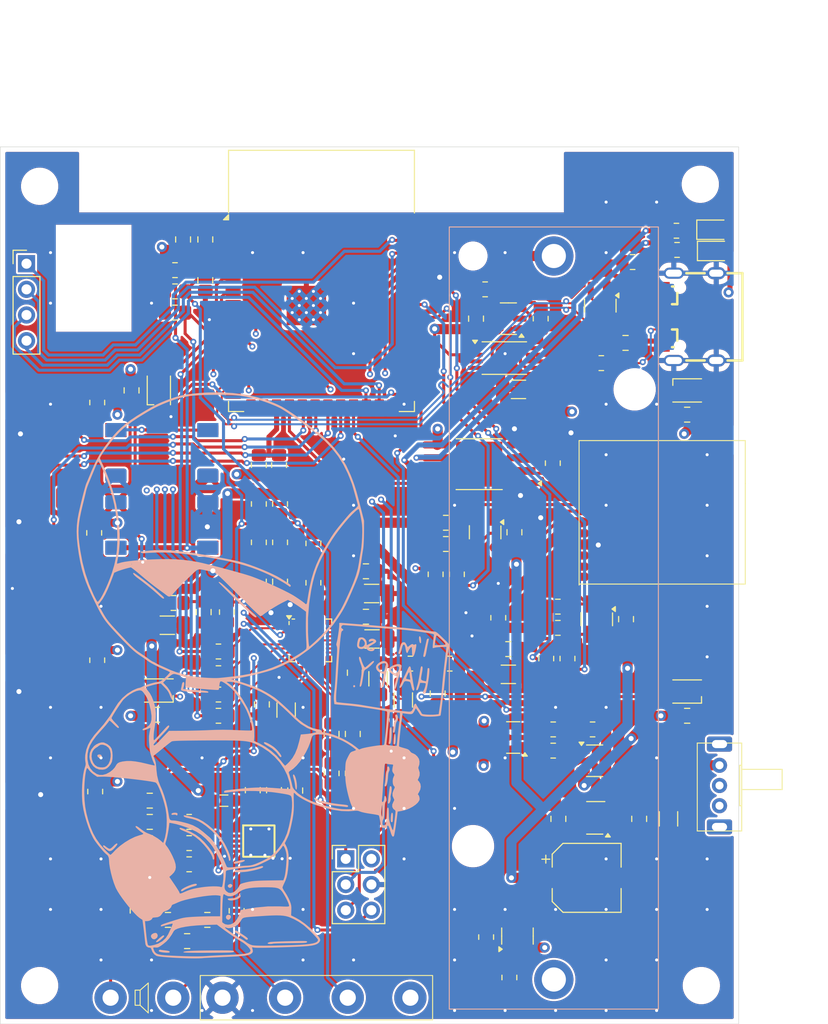
<source format=kicad_pcb>
(kicad_pcb (version 20240108) (generator "pcbnew") (generator_version "8.0")
  (layers (0 "F.Cu" signal) (1 "In1.Cu" signal) (2 "In2.Cu" signal) (31 "B.Cu" signal) (34 "B.Paste" user) (35 "F.Paste" user) (36 "B.SilkS" user "B.Silkscreen") (37 "F.SilkS" user "F.Silkscreen") (38 "B.Mask" user) (39 "F.Mask" user) (44 "Edge.Cuts" user))
  (net 0 "")
  (net 1 "V_Bat")
  (net 2 "Net-(BT1--)")
  (net 3 "GND")
  (net 4 "V_USB")
  (net 5 "+3.3V")
  (net 6 "ESP_EN")
  (net 7 "Net-(U2-DVDD)")
  (net 8 "V_Audio")
  (net 9 "Net-(U2-AVDD)")
  (net 10 "Net-(U2-CDATA)")
  (net 11 "Net-(U2-CCLK)")
  (net 12 "Net-(U2-VMID)")
  (net 13 "Net-(U2-ADCVREF)")
  (net 14 "Net-(U2-VREF)")
  (net 15 "Net-(C19-Pad1)")
  (net 16 "Net-(U2-LOUT1)")
  (net 17 "Net-(U2-ROUT1)")
  (net 18 "Net-(C20-Pad1)")
  (net 19 "Net-(U3-PVIN)")
  (net 20 "Net-(C26-Pad1)")
  (net 21 "AUDIO_LS")
  (net 22 "Net-(C28-Pad2)")
  (net 23 "Net-(C28-Pad1)")
  (net 24 "Net-(C30-Pad1)")
  (net 25 "Net-(C31-Pad2)")
  (net 26 "Net-(U5-VCC)")
  (net 27 "USB_D+")
  (net 28 "USB_D-")
  (net 29 "Net-(U4-DATA0)")
  (net 30 "Net-(U4-CLK)")
  (net 31 "Net-(U4-CD{slash}DATA3)")
  (net 32 "Net-(U4-CMD)")
  (net 33 "Net-(D4-K)")
  (net 34 "Net-(D5-K)")
  (net 35 "ESP_U0_RX")
  (net 36 "ESP_U0_TX")
  (net 37 "ESP_GPIO0")
  (net 38 "IO48")
  (net 39 "IO02")
  (net 40 "IO01")
  (net 41 "IO47")
  (net 42 "Net-(Q1-B)")
  (net 43 "V_LED")
  (net 44 "Net-(Q2-B)")
  (net 45 "Net-(Q3-B)")
  (net 46 "Net-(Q3-C)")
  (net 47 "Net-(X1-CC2)")
  (net 48 "Net-(X1-CC1)")
  (net 49 "SCL")
  (net 50 "SDA")
  (net 51 "MCLK")
  (net 52 "Net-(U2-MCLK)")
  (net 53 "SCLK")
  (net 54 "Net-(U2-SCLK)")
  (net 55 "Net-(U2-LRCK)")
  (net 56 "LRCK")
  (net 57 "Net-(U2-DSDIN)")
  (net 58 "DSDIN")
  (net 59 "BAT_FB")
  (net 60 "CE")
  (net 61 "Net-(U3-INP)")
  (net 62 "Net-(U3-INN)")
  (net 63 "LS+")
  (net 64 "LS-")
  (net 65 "SDCARD_CS")
  (net 66 "SPI0_MOSI")
  (net 67 "Net-(U4-VDD)")
  (net 68 "SPI0_CLK")
  (net 69 "SPI0_MISO")
  (net 70 "Net-(U5-CS)")
  (net 71 "Net-(U7-STDBY)")
  (net 72 "Net-(U7-STAT)")
  (net 73 "Net-(U7-ISET)")
  (net 74 "VOLUME+")
  (net 75 "MODI1")
  (net 76 "VOLUME-")
  (net 77 "MODI2")
  (net 78 "V_Audio_ENABLE")
  (net 79 "V_LED_ENABLE")
  (net 83 "LED_DATA")
  (net 85 "LS_ENABLE")
  (net 99 "Net-(U5-OC)")
  (net 100 "Net-(U5-OD)")
  (net 104 "ENABLE_BATTERY_CHRG")
  (net 108 "V_BatSW")
  (net 111 "Net-(U11-DIN)")
  (net 112 "Net-(U11-DOUT)")
  (net 113 "Net-(U12-DOUT)")
  (footprint "Capacitor_SMD:C_1206_3216Metric_Pad1.33x1.80mm_HandSolder" (layer "F.Cu") (at 115.1 138.4375 -90)
    (property "Reference" "C15" (hide yes))
    (property "Value" "10uF" (hide yes))
  )
  (footprint "Capacitor_SMD:C_1206_3216Metric_Pad1.33x1.80mm_HandSolder" (layer "F.Cu") (at 124.2 135.3375 -90)
    (property "Reference" "C9" (hide yes))
    (property "Value" "10uF" (hide yes))
  )
  (footprint "Resistor_SMD:R_0805_2012Metric_Pad1.20x1.40mm_HandSolder" (layer "F.Cu") (at 105.5 151.6 180)
    (property "Reference" "R24" (hide yes))
    (property "Value" "1M" (hide yes))
  )
  (footprint "Resistor_SMD:R_0805_2012Metric_Pad1.20x1.40mm_HandSolder" (layer "F.Cu") (at 153.7375 91)
    (property "Reference" "R41" (hide yes))
    (property "Value" "1.5k" (hide yes))
  )
  (footprint "Resistor_SMD:R_0805_2012Metric_Pad1.20x1.40mm_HandSolder" (layer "F.Cu") (at 96.2 146.5 -90)
    (property "Reference" "R46" (hide yes))
    (property "Value" "10k" (hide yes))
  )
  (footprint "Resistor_SMD:R_0805_2012Metric_Pad1.20x1.40mm_HandSolder" (layer "F.Cu") (at 112.4 114.2 90)
    (property "Reference" "R16" (hide yes))
    (property "Value" "1k" (hide yes))
  )
  (footprint "Resistor_SMD:R_0805_2012Metric_Pad1.20x1.40mm_HandSolder" (layer "F.Cu") (at 131.3 133.8375 180)
    (property "Reference" "R7" (hide yes))
    (property "Value" "0" (hide yes))
  )
  (footprint "Resistor_SMD:R_0805_2012Metric_Pad1.20x1.40mm_HandSolder" (layer "F.Cu") (at 134.9 160.9 90)
    (property "Reference" "R21" (hide yes))
    (property "Value" "1M" (hide yes))
  )
  (footprint "Capacitor_SMD:C_0805_2012Metric_Pad1.18x1.45mm_HandSolder" (layer "F.Cu") (at 137.7 120.8375 90)
    (property "Reference" "C40" (hide yes))
    (property "Value" "1uF" (hide yes))
  )
  (footprint "Resistor_SMD:R_0805_2012Metric_Pad1.20x1.40mm_HandSolder" (layer "F.Cu") (at 132 125 -90)
    (property "Reference" "R29" (hide yes))
    (property "Value" "0" (hide yes))
  )
  (footprint "Capacitor_SMD:C_1206_3216Metric_Pad1.33x1.80mm_HandSolder" (layer "F.Cu") (at 123.6 131.4)
    (property "Reference" "C14" (hide yes))
    (property "Value" "10uF" (hide yes))
  )
  (footprint "Package_SO:TSSOP-8_4.4x3mm_P0.65mm" (layer "F.Cu") (at 136.7 103.6)
    (property "Reference" "U6" (hide yes))
    (property "Value" "FS8205A" (hide yes))
  )
  (footprint "LED_SMD:LED_WS2812B-2020_PLCC4_2.0x2.0mm" (layer "F.Cu") (at 154.8 136.6 180)
    (property "Reference" "U12" (hide yes))
    (property "Value" "WS2812" (hide yes))
  )
  (footprint "Resistor_SMD:R_0805_2012Metric_Pad1.20x1.40mm_HandSolder" (layer "F.Cu") (at 119.6 144.7 90)
    (property "Reference" "R20" (hide yes))
    (property "Value" "33" (hide yes))
  )
  (footprint "Resistor_SMD:R_0805_2012Metric_Pad1.20x1.40mm_HandSolder" (layer "F.Cu") (at 117.8 121.9375 -90)
    (property "Reference" "R17" (hide yes))
    (property "Value" "10k" (hide yes))
  )
  (footprint "Resistor_SMD:R_0805_2012Metric_Pad1.20x1.40mm_HandSolder" (layer "F.Cu") (at 130.9 122 180)
    (property "Reference" "R39" (hide yes))
    (property "Value" "10k" (hide yes))
  )
  (footprint "Package_TO_SOT_SMD:SOT-143_Handsoldering" (layer "F.Cu") (at 145.85 129.4375 -90)
    (property "Reference" "D2" (hide yes))
    (property "Value" "PRTR5V0U2X_1727-3884-6-ND" (hide yes))
  )
  (footprint "Package_DFN_QFN:QFN-28-1EP_4x4mm_P0.4mm_EP2.3x2.3mm" (layer "F.Cu") (at 117.5 131.5375)
    (property "Reference" "U2" (hide yes))
    (property "Value" "ES8388" (hide yes))
  )
  (footprint "Library:USB-C-SMD_TYPE-C-USB-17" (layer "F.Cu") (at 156.7 99.5 90)
    (property "Reference" "X1" (hide yes))
    (property "Value" "USB3.1C16PFSMT")
  )
  (footprint "Resistor_SMD:R_0805_2012Metric_Pad1.20x1.40mm_HandSolder" (layer "F.Cu") (at 117.8 125.8375 -90)
    (property "Reference" "R18" (hide yes))
    (property "Value" "10k" (hide yes))
  )
  (footprint "Resistor_SMD:R_0805_2012Metric_Pad1.20x1.40mm_HandSolder" (layer "F.Cu") (at 104.1 94.9)
    (property "Reference" "R3" (hide yes))
    (property "Value" "10k" (hide yes))
  )
  (footprint "Resistor_SMD:R_0805_2012Metric_Pad1.20x1.40mm_HandSolder" (layer "F.Cu") (at 141.5 114 90)
    (property "Reference" "R42" (hide yes))
    (property "Value" "2k" (hide yes))
  )
  (footprint "Capacitor_SMD:C_1206_3216Metric_Pad1.33x1.80mm_HandSolder" (layer "F.Cu") (at 123.5625 126.9)
    (property "Reference" "C13" (hide yes))
    (property "Value" "10uF" (hide yes))
  )
  (footprint "Resistor_SMD:R_0805_2012Metric_Pad1.20x1.40mm_HandSolder" (layer "F.Cu") (at 153.8 92.9)
    (property "Reference" "R38" (hide yes))
    (property "Value" "1.5k" (hide yes))
  )
  (footprint "Capacitor_SMD:C_0805_2012Metric_Pad1.18x1.45mm_HandSolder" (layer "F.Cu") (at 102.3 138.9)
    (property "Reference" "C42" (hide yes))
    (property "Value" "100nF" (hide yes))
  )
  (footprint "Library:Taster" (layer "F.Cu") (at 102.8 113.1)
    (property "Reference" "SW2" (hide yes))
    (property "Value" "Boot" (hide yes))
  )
  (footprint "Resistor_SMD:R_0805_2012Metric_Pad1.20x1.40mm_HandSolder" (layer "F.Cu") (at 100.4 158.3 90)
    (property "Reference" "R25" (hide yes))
    (property "Value" "0" (hide yes))
  )
  (footprint "Resistor_SMD:R_0805_2012Metric_Pad1.20x1.40mm_HandSolder" (layer "F.Cu") (at 108.4 132.6375 180)
    (property "Reference" "R12" (hide yes))
    (property "Value" "33" (hide yes))
  )
  (footprint "LED_SMD:LED_0805_2012Metric" (layer "F.Cu") (at 157.4375 90.9)
    (property "Reference" "D5" (hide yes))
    (property "Value" "Green" (hide yes))
  )
  (footprint "Capacitor_SMD:C_1206_3216Metric_Pad1.33x1.80mm_HandSolder" (layer "F.Cu") (at 152.95 149.2 -90)
    (property "Reference" "C21" (hide yes))
    (property "Value" "10uF" (hide yes))
  )
  (footprint "Capacitor_SMD:C_1206_3216Metric_Pad1.33x1.80mm_HandSolder" (layer "F.Cu") (at 137.1 134.9)
    (property "Reference" "C34" (hide yes))
    (property "Value" "10uF" (hide yes))
  )
  (footprint "Resistor_SMD:R_0805_2012Metric_Pad1.20x1.40mm_HandSolder" (layer "F.Cu") (at 140.3 99.7 90)
    (property "Reference" "R35" (hide yes))
    (property "Value" "1k" (hide yes))
  )
  (footprint "Library:Taster" (layer "F.Cu") (at 90.9 151.5 90)
    (property "Reference" "SW6" (hide yes))
    (property "Value" "Modi0" (hide yes))
  )
  (footprint "Resistor_SMD:R_0805_2012Metric_Pad1.20x1.40mm_HandSolder" (layer "F.Cu") (at 146.3 104.1 180)
    (property "Reference" "R2" (hide yes))
    (property "Value" "5.1k" (hide yes))
  )
  (footprint "Resistor_SMD:R_0805_2012Metric_Pad1.20x1.40mm_HandSolder" (layer "F.Cu") (at 149.4 94.1 180)
    (property "Reference" "R1" (hide yes))
    (property "Value" "5.1k" (hide yes))
  )
  (footprint "Resistor_SMD:R_0805_2012Metric_Pad1.20x1.40mm_HandSolder" (layer "F.Cu") (at 114.4 114.2 -90)
    (property "Reference" "R51" (hide yes))
    (property "Value" "1k" (hide yes))
  )
  (footprint "Library:Taster" (layer "F.Cu") (at 90.9 126.2 90)
    (property "Reference" "SW3" (hide yes))
    (property "Value" "Volume+" (hide yes))
  )
  (footprint "Capacitor_SMD:C_0805_2012Metric_Pad1.18x1.45mm_HandSolder" (layer "F.Cu") (at 150.05 149.2 -90)
    (property "Reference" "C37" (hide yes))
    (property "Value" "1uF" (hide yes))
  )
  (footprint "Resistor_SMD:R_0805_2012Metric_Pad1.20x1.40mm_HandSolder" (layer "F.Cu") (at 112.4 118.0375 -90)
    (property "Reference" "R10" (hide yes))
    (property "Value" "2k" (hide yes))
  )
  (footprint "Library:Taster" (layer "F.Cu") (at 102.8 120 180)
    (property "Reference" "SW1" (hide yes))
    (property "Value" "Reset" (hide yes))
  )
  (footprint "Resistor_SMD:R_0805_2012Metric_Pad1.20x1.40mm_HandSolder" (layer "F.Cu") (at 140.85 133.3375 -90)
    (property "Reference" "R31" (hide yes))
    (property "Value" "0" (hide yes))
  )
  (footprint "Capacitor_SMD:C_0805_2012Metric_Pad1.18x1.45mm_HandSolder" (layer "F.Cu") (at 116 146.4 90)
    (property "Reference" "C23" (hide yes))
    (property "Value" "100nF" (hide yes))
  )
  (footprint "Library:2096568" (layer "F.Cu") (at 149.8 120.415 -90)
    (property "Reference" "U4" (hide yes))
    (property "Value" "TF_CARD")
  )
  (footprint "Capacitor_SMD:C_0805_2012Metric_Pad1.18x1.45mm_HandSolder" (layer "F.Cu") (at 121.7 140.8 90)
    (property "Reference" "C19" (hide yes))
    (property "Value" "22uF" (hide yes))
  )
  (footprint "Connector_PinHeader_2.54mm:PinHeader_1x04_P2.54mm_Vertical" (layer "F.Cu") (at 89.4 94.26)
    (property "Reference" "J2" (hide yes))
    (property "Value" "Conn_01x04_Pin" (hide yes))
  )
  (footprint "Library:LS" (layer "F.Cu") (at 101 166.9)
    (property "Reference" "LS1" (hide yes))
    (property "Value" "Speaker")
  )
  (footprint "Resistor_SMD:R_0805_2012Metric_Pad1.20x1.40mm_HandSolder" (layer "F.Cu") (at 103.9375 127.8375 180)
    (property "Reference" "R5" (hide yes))
    (property "Value" "100" (hide yes))
  )
  (footprint "Resistor_SMD:R_0805_2012Metric_Pad1.20x1.40mm_HandSolder" (layer "F.Cu") (at 136.1 129.3 -90)
    (property "Reference" "R30" (hide yes))
    (property "Value" "0" (hide yes))
  )
  (footprint "MountingHole:MountingHole_3.2mm_M3" (layer "F.Cu") (at 90.7 86.6)
    (property "Reference" "REF**" (hide yes))
    (property "Value" "MountingHole_3.2mm_M3" (hide yes))
  )
  (footprint "Capacitor_SMD:C_0805_2012Metric_Pad1.18x1.45mm_HandSolder" (layer "F.Cu") (at 107.3 159.2)
    (property "Reference" "C31" (hide yes))
    (property "Value" "330pF" (hide yes))
  )
  (footprint "Capacitor_SMD:C_0805_2012Metric_Pad1.18x1.45mm_HandSolder" (layer "F.Cu") (at 123 129.2)
    (property "Reference" "C17" (hide yes))
    (property "Value" "0.1uF" (hide yes))
  )
  (footprint "Capacitor_SMD:C_0805_2012Metric_Pad1.18x1.45mm_HandSolder" (layer "F.Cu") (at 121.9 134.7375 -90)
    (property "Reference" "C7" (hide yes))
    (property "Value" "0.1uF" (hide yes))
  )
  (footprint "Capacitor_SMD:C_0805_2012Metric_Pad1.18x1.45mm_HandSolder" (layer "F.Cu") (at 113.9 146.3625 90)
    (property "Reference" "C24" (hide yes))
    (property "Value" "100nF" (hide yes))
  )
  (footprint "Capacitor_SMD:C_1206_3216Metric_Pad1.33x1.80mm_HandSolder" (layer "F.Cu") (at 138.1 106.7 180)
    (property "Reference" "C36" (hide yes))
    (property "Value" "10uF" (hide yes))
  )
  (footprint "Library:Taster" (layer "F.Cu") (at 90.9 112.9 90)
    (property "Reference" "SW4" (hide yes))
    (property "Value" "Volume-" (hide yes))
  )
  (footprint "Resistor_SMD:R_0805_2012Metric_Pad1.20x1.40mm_HandSolder" (layer "F.Cu") (at 141.5375 142.45 180)
    (property "Reference" "R48" (hide yes))
    (property "Value" "2.5k" (hide yes))
  )
  (footprint "Resistor_SMD:R_0805_2012Metric_Pad1.20x1.40mm_HandSolder" (layer "F.Cu") (at 104.1 99.1)
    (property "Reference" "R33" (hide yes))
    (property "Value" "10k" (hide yes))
  )
  (footprint "Resistor_SMD:R_0805_2012Metric_Pad1.20x1.40mm_HandSolder" (layer "F.Cu") (at 112.4 121.8375 90)
    (property "Reference" "R8" (hide yes))
    (property "Value" "100" (hide yes))
  )
  (footprint "Resistor_SMD:R_0805_2012Metric_Pad1.20x1.40mm_HandSolder" (layer "F.Cu") (at 114.5 118.0375 -90)
    (property "Reference" "R11" (hide yes))
    (property "Value" "2k" (hide yes))
  )
  (footprint "Library:MP1720" (layer "F.Cu") (at 112.4 151.4)
    (property "Reference" "U3" (hide yes))
    (property "Value" "MP1720" (hide yes))
  )
  (footprint "RF_Module:ESP32-S3-WROOM-1" (layer "F.Cu") (at 118.6 95.94)
    (property "Reference" "U1" (hide yes))
    (property "Value" "ESP32-S3-WROOM-1")
  )
  (footprint "Capacitor_SMD:C_0805_2012Metric_Pad1.18x1.45mm_HandSolder" (layer "F.Cu") (at 104.9 91.8625 90)
    (property "Reference" "C2" (hide yes))
    (property "Value" "4u7F" (hide yes))
  )
  (footprint "Capacitor_SMD:C_0805_2012Metric_Pad1.18x1.45mm_HandSolder" (layer "F.Cu") (at 133.9 99.7 -90)
    (property "Reference" "C35" (hide yes))
    (property "Value" "0.1uF" (hide yes))
  )
  (footprint "Resistor_SMD:R_0805_2012Metric_Pad1.20x1.40mm_HandSolder" (layer "F.Cu") (at 108.4 136.9 180)
    (property "Reference" "R15" (hide yes))
    (property "Value" "33" (hide yes))
  )
  (footprint "Capacitor_SMD:C_1206_3216Metric_Pad1.33x1.80mm_HandSolder" (layer "F.Cu") (at 103.3375 130.0375)
    (property "Reference" "C6" (hide yes))
    (property "Value" "10uF" (hide yes))
  )
  (footprint "Capacitor_SMD:C_0805_2012Metric_Pad1.18x1.45mm_HandSolder" (layer "F.Cu") (at 101.6 151.6)
    (property "Reference" "C29" (hide yes))
    (property "Value" "1nF" (hide yes))
  )
  (footprint "LED_SMD:LED_WS2812B-2020_PLCC4_2.0x2.0mm" (layer "F.Cu") (at 154.8 106.8)
    (property "Reference" "U13" (hide yes))
    (property "Value" "WS2812" (hide yes))
  )
  (footprint "MountingHole:MountingHole_3.2mm_M3" (layer "F.Cu") (at 156.2 165.7)
    (property "Reference" "REF**" (hide yes))
    (property "Value" "MountingHole_3.2mm_M3" (hide yes))
  )
  (footprint "Capacitor_SMD:C_0805_2012Metric_Pad1.18x1.45mm_HandSolder" (layer "F.Cu") (at 107.1 95.9 -90)
    (property "Reference" "C4" (hide yes))
    (property "Value" "1uF, 25V" (hide yes))
  )
  (footprint "Package_TO_SOT_SMD:SOT-143_Handsoldering" (layer "F.Cu") (at 146.2 98.4 -90)
    (property "Reference" "D1" (hide yes))
    (property "Value" "PRTR5V0U2X_1727-3884-6-ND" (hide yes))
  )
  (footprint "Resistor_SMD:R_0805_2012Metric_Pad1.20x1.40mm_HandSolder" (layer "F.Cu") (at 109.2375 128.7375 -90)
    (property "Reference" "R4" (hide yes))
    (property "Value" "3.3k" (hide yes))
  )
  (footprint "LED_SMD:LED_WS2812B-2020_PLCC4_2.0x2.0mm" (layer "F.Cu") (at 102.5 136.5 180)
    (property "Reference" "U11" (hide yes))
    (property "Value" "WS2812" (hide yes))
  )
  (footprint "Package_TO_SOT_SMD:SOT-23-3" (layer "F.Cu") (at 145.6375 143.45)
    (property "Reference" "Q2" (hide yes))
    (property "Value" "Q_PNP_Darlington_BCE" (hide yes))
  )
  (footprint "Package_TO_SOT_SMD:SOT-143_Handsoldering" (layer "F.Cu") (at 134.8 120.8375 -90)
    (property "Reference" "D3" (hide yes))
    (property "Value" "PRTR5V0U2X_1727-3884-6-ND" (hide yes))
  )
  (footprint "Capacitor_SMD:C_0805_2012Metric_Pad1.18x1.45mm_HandSolder" (layer "F.Cu") (at 105.3 161.3)
    (property "Reference" "C32" (hide yes))
    (property "Value" "390pF" (hide yes))
  )
  (footprint "Resistor_SMD:R_0805_2012Metric_Pad1.20x1.40mm_HandSolder" (layer "F.Cu") (at 114.5 121.8375 90)
    (property "Reference" "R9" (hide yes))
    (property "Value" "100" (hide yes))
  )
  (footprint "Package_SO:SOP-8-1EP_4.57x4.57mm_P1.27mm_EP4.57x4.45mm" (layer "F.Cu") (at 134.21 114.1 180)
    (property "Reference" "U7" (hide yes))
    (property "Value" "HM4056H" (hide yes))
  )
  (footprint "Package_TO_SOT_SMD:SOT-23-6" (layer "F.Cu") (at 137.1 99.7 180)
    (property "Reference" "U5" (hide yes))
    (property "Value" "DW01A" (hide yes))
  )
  (footprint "Capacitor_SMD:C_0805_2012Metric_Pad1.18x1.45mm_HandSolder" (layer "F.Cu") (at 101.6 153.7)
    (property "Reference" "C28" (hide yes))
    (property "Value" "10nF" (hide yes))
  )
  (footprint "Capacitor_SMD:C_0805_2012Metric_Pad1.18x1.45mm_HandSolder" (layer "F.Cu") (at 99.8 106.8 -90)
    (property "Reference" "C41" (hide yes))
    (property "Value" "100nF" (hide yes))
  )
  (footprint "Resistor_SMD:R_0805_2012Metric_Pad1.20x1.40mm_HandSolder" (layer "F.Cu") (at 142.95 133.3375 -90)
    (property "Reference" "R32" (hide yes))
    (property "Value" "0" (hide yes))
  )
  (footprint "Resistor_SMD:R_0805_2012Metric_Pad1.20x1.40mm_HandSolder" (layer "F.Cu") (at 121.7 144.7 90)
    (property "Reference" "R19" (hide yes))
    (property "Value" "33" (hide yes))
  )
  (footprint "Library:ToF" (layer "F.Cu") (at 118.1 166.9)
    (property "Reference" "U10" (hide yes))
    (property "Value" "ToF")
  )
  (footprint "Package_TO_SOT_SMD:SOT-23-3" (layer "F.Cu") (at 138 160.8 90)
    (property "Reference" "Q1" (hide yes))
    (property "Value" "Q_PNP_Darlington_BCE" (hide yes))
  )
  (footprint "Capacitor_SMD:C_0805_2012Metric_Pad1.18x1.45mm_HandSolder" (layer "F.Cu") (at 154.8 139)
    (property "Reference" "C43" (hide yes))
    (property "Value" "100nF" (hide yes))
  )
  (footprint "Package_TO_SOT_SMD:SOT-23-5_HandSoldering" (layer "F.Cu") (at 145.75 149.1 180)
    (property "Reference" "U8" (hide yes))
    (property "Value" "TPLP5907MFX-3.3" (hide yes))
  )
  (footprint "Resistor_SMD:R_0805_2012Metric_Pad1.20x1.40mm_HandSolder" (layer "F.Cu") (at 96.1 120.9 -90)
    (property "Reference" "R43" (hide yes))
    (property "Value" "10k" (hide yes))
  )
  (footprint "Capacitor_SMD:C_0805_2012Metric_Pad1.18x1.45mm_HandSolder" (layer "F.Cu") (at 101.6 149.5 180)
    (property "Reference" "C26" (hide yes))
    (property "Value" "100nF" (hide yes))
  )
  (footprint "Resistor_SMD:R_0805_2012Metric_Pad1.20x1.40mm_HandSolder" (layer "F.Cu") (at 96.4 133.5 -90)
    (property "Reference" "R44" (hide yes))
    (property "Value" "10k" (hide yes))
  )
  (footprint "Resistor_SMD:R_0805_2012Metric_Pad1.20x1.40mm_HandSolder" (layer "F.Cu") (at 110.2 158.3 90)
    (property "Reference" "R26" (hide yes))
    (property "Value" "0" (hide yes))
  )
  (footprint "Capacitor_SMD:C_0805_2012Metric_Pad1.18x1.45mm_HandSolder" (layer "F.Cu") (at 154.8 109.2 180)
    (property "Reference" "C44" (hide yes))
    (property "Value" "100nF" (hide yes))
  )
  (footprint "MountingHole:MountingHole_3.2mm_M3" (layer "F.Cu") (at 90.7 165.7)
    (property "Reference" "REF**" (hide yes))
    (property "Value" "MountingHole_3.2mm_M3" (hide yes))
  )
  (footprint "Connector_PinHeader_2.54mm:PinHeader_2x03_P2.54mm_Vertical" (layer "F.Cu") (at 121 153.16)
    (property "Reference" "J1" (hide yes))
    (property "Value" "Conn_02x03_Odd_Even" (hide yes))
  )
  (footprint "Capacitor_SMD:C_0805_2012Metric_Pad1.18x1.45mm_HandSolder" (layer "F.Cu") (at 111.8 146.3625 90)
    (property "Reference" "C25" (hide yes))
    (property "Value" "22uF" (hide yes))
  )
  (footprint "Capacitor_SMD:C_0805_2012Metric_Pad1.18x1.45mm_HandSolder" (layer "F.Cu") (at 112.4 125.7375 -90)
    (property "Reference" "C12" (hide yes))
    (property "Value" "20pF" (hide yes))
  )
  (footprint "Resistor_SMD:R_0805_2012Metric_Pad1.20x1.40mm_HandSolder" (layer "F.Cu") (at 104.1 97)
    (property "Reference" "R27" (hide yes))
    (property "Value" "10k" (hide yes))
  )
  (footprint "Resistor_SMD:R_0805_2012Metric_Pad1.20x1.40mm_HandSolder" (layer "F.Cu") (at 108.4 134.7875 180)
    (property "Reference" "R13" (hide yes))
    (property "Value" "33" (hide yes))
  )
  (footprint "Resistor_SMD:R_0805_2012Metric_Pad1.20x1.40mm_HandSolder" (layer "F.Cu") (at 141.5375 140.35)
    (property "Reference" "R50" (hide yes))
    (property "Value" "1.8k" (hide yes))
  )
  (footprint "Resistor_SMD:R_0805_2012Metric_Pad1.20x1.40mm_HandSolder" (layer "F.Cu") (at 96.4 108 -90)
    (property "Reference" "R45" (hide yes))
    (property "Value" "10k" (hide yes))
  )
  (footprint "Resistor_SMD:R_0805_2012Metric_Pad1.20x1.40mm_HandSolder" (layer "F.Cu") (at 134.8 96.8 180)
    (property "Reference" "R34" (hide yes))
    (property "Value" "100" (hide yes))
  )
  (footprint "Resistor_SMD:R_0805_2012Metric_Pad1.20x1.40mm_HandSolder" (layer "F.Cu") (at 127.4 133.8375 180)
    (property "Reference" "R6" (hide yes))
    (property "Value" "4.7" (hide yes))
  )
  (footprint "Capacitor_SMD:C_0805_2012Metric_Pad1.18x1.45mm_HandSolder" (layer "F.Cu") (at 119.6 140.8 90)
    (property "Reference" "C20" (hide yes))
    (property "Value" "22uF" (hide yes))
  )
  (footprint "Resistor_SMD:R_0805_2012Metric_Pad1.20x1.40mm_HandSolder" (layer "F.Cu") (at 145.4375 140.35)
    (property "Reference" "R49" (hide yes))
    (property "Value" "1M" (hide yes))
  )
  (footprint "Capacitor_SMD:C_0805_2012Metric_Pad1.18x1.45mm_HandSolder" (layer "F.Cu") (at 114.5 125.7375 -90)
    (property "Reference" "C11" (hide yes))
    (property "Value" "20pF" (hide yes))
  )
  (footprint "Capacitor_SMD:C_0805_2012Metric_Pad1.18x1.45mm_HandSolder" (layer "F.Cu") (at 106.9375 128.7375 -90)
    (property "Reference" "C5" (hide yes))
    (property "Value" "0.1uF" (hide yes))
  )
  (footprint "Resistor_SMD:R_0805_2012Metric_Pad1.20x1.40mm_HandSolder" (layer "F.Cu") (at 108.4 139 180)
    (property "Reference" "R14" (hide yes))
    (property "Value" "33" (hide yes))
  )
  (footprint "Resistor_SMD:R_0805_2012Metric_Pad1.20x1.40mm_HandSolder" (layer "F.Cu") (at 137.2 164.9 -90)
    (property "Reference" "R47" (hide yes))
    (property "Value" "1.8k" (hide yes))
  )
  (footprint "Capacitor_SMD:C_0805_2012Metric_Pad1.18x1.45mm_HandSolder" (layer "F.Cu") (at 123 124.7)
    (property "Reference" "C16" (hide yes))
    (property "Value" "0.1uF" (hide yes))
  )
  (footprint "Inductor_SMD:L_0805_2012Metric" (layer "F.Cu") (at 108.9375 147.4)
    (property "Reference" "FB1" (hide yes))
    (property "Value" "Ferrite_Bead_Small" (hide yes))
  )
  (footprint "Resistor_SMD:R_0805_2012Metric_Pad1.20x1.40mm_HandSolder" (layer "F.Cu") (at 130.9 119.9 180)
    (property "Reference" "R40" (hide yes))
    (property "Value" "10k" (hide yes))
  )
  (footprint "MountingHole:MountingHole_3.2mm_M3" (layer "F.Cu") (at 156.1 86.4)
    (property "Reference" "REF**" (hide yes))
    (property "Value" "MountingHole_3.2mm_M3" (hide yes))
  )
  (footprint "Library:SW" (layer "F.Cu") (at 158.2 146.1 90)
    (property "Reference" "SW7" (hide yes))
    (property "Value" "Switch Slide SPDT 100mA 12V")
  )
  (footprint "Capacitor_SMD:C_0805_2012Metric_Pad1.18x1.45mm_HandSolder" (layer "F.Cu") (at 148.7 102.1 180)
    (property "Reference" "C1" (hide yes))
    (property "Value" "1uF" (hide yes))
  )
  (footprint "Capacitor_SMD:CP_Elec_6.3x5.9" (layer "F.Cu") (at 144.85 155.0375)
    (property "Reference" "C39" (hide yes))
    (property "Value" "47uF" (hide yes))
  )
  (footprint "Resistor_SMD:R_0805_2012Metric_Pad1.20x1.40mm_HandSolder" (layer "F.Cu") (at 142 128.2 180)
    (property "Reference" "R37" (hide yes))
    (property "Value" "10k" (hide yes))
  )
  (footprint "Capacitor_SMD:C_0805_2012Metric_Pad1.18x1.45mm_HandSolder" (layer "F.Cu") (at 107.1 91.8625 90)
    (property "Reference" "C3" (hide yes))
    (property "Value" "100nF" (hide yes))
  )
  (footprint "Capacitor_SMD:C_1206_3216Metric_Pad1.33x1.80mm_HandSolder" (layer "F.Cu") (at 126.7 137.4375 -90)
    (property "Reference" "C10" (hide yes))
    (property "Value" "10uF" (hide yes))
  )
  (footprint "Resistor_SMD:R_0805_2012Metric_Pad1.20x1.40mm_HandSolder" (layer "F.Cu") (at 142 130.3 180)
    (property "Reference" "R36" (hide yes))
    (property "Value" "10k" (hide yes))
  )
  (footprint "Capacitor_SMD:C_0805_2012Metric_Pad1.18x1.45mm_HandSolder" (layer "F.Cu") (at 130.1 136.8 -90)
    (property "Reference" "C8" (hide yes))
    (property "Value" "0.1uF" (hide yes))
  )
  (footprint "Library:Marivin_liegend" (layer "F.Cu") (at 96.3 95.5 90)
    (property "Reference" "G***" (hide yes))
    (property "Value" "LOGO" (hide yes))
  )
  (footprint "Capacitor_SMD:C_0805_2012Metric_Pad1.18x1.45mm_HandSolder" (layer "F.Cu") (at 148.75 129.4375 90)
    (property "Reference" "C22" (hide yes))
    (property "Value" "1uF" (hide yes))
  )
  (footprint "Resistor_SMD:R_0805_2012Metric_Pad1.20x1.40mm_HandSolder" (layer "F.Cu") (at 129.9 125 -90)
    (property "Reference" "R28" (hide yes))
    (property "Value" "0" (hide yes))
  )
  (footprint "Package_TO_SOT_SMD:SOT-23" (layer "F.Cu") (at 137.575 141.15 180)
    (property "Reference" "Q3" (hide yes))
    (property "Value" "BC817-40" (hide yes))
  )
  (footprint "Capacitor_SMD:C_0805_2012Metric_Pad1.18x1.45mm_HandSolder" (layer "F.Cu") (at 103.4 159.2)
    (property "Reference" "C30" (hide yes))
    (property "Value" "330pF" (hide yes))
  )
  (footprint "LED_SMD:LED_WS2812B-2020_PLCC4_2.0x2.0mm" (layer "F.Cu") (at 102.5 106.8 90)
    (property "Reference" "U9" (hide yes))
    (property "Value" "WS2812" (hide yes))
  )
  (footprint "Resistor_SMD:R_0805_2012Metric_Pad1.20x1.40mm_HandSolder" (layer "F.Cu") (at 105.5 153.7)
    (property "Reference" "R23" (hide yes))
    (property "Value" "33k" (hide yes))
  )
  (footprint "Resistor_SMD:R_0805_2012Metric_Pad1.20x1.40mm_HandSolder" (layer "F.Cu") (at 105.5 149.5)
    (property "Reference" "R22" (hide yes))
    (property "Value" "10k" (hide yes))
  )
  (footprint "Capacitor_SMD:C_0805_2012Metric_Pad1.18x1.45mm_HandSolder" (layer "F.Cu") (at 112.7 137.875 -90)
    (property "Reference" "C18" (hide yes))
    (property "Value" "0.1uF" (hide yes))
  )
  (footprint "Capacitor_SMD:C_0805_2012Metric_Pad1.18x1.45mm_HandSolder" (layer "F.Cu") (at 137.1 132.4)
    (property "Reference" "C33" (hide yes))
    (property "Value" "0,1uF" (hide yes))
  )
  (footprint "Library:Taster" (layer "F.Cu") (at 90.9 138.8 90)
    (property "Reference" "SW5" (hide yes))
    (property "Value" "Modi1" (hide yes))
  )
  (footprint "Capacitor_SMD:C_0805_2012Metric_Pad1.18x1.45mm_HandSolder" (layer "F.Cu") (at 101.6 147.4)
    (property "Reference" "C27" (hide yes))
    (property "Value" "1uF" (hide yes))
  )
  (footprint "Capacitor_SMD:C_0805_2012Metric_Pad1.18x1.45mm_HandSolder" (layer "F.Cu") (at 142.05 149.2 90)
    (property "Reference" "C38" (hide yes))
    (property "Value" "1uF" (hide yes))
  )
  (footprint "LED_SMD:LED_0805_2012Metric" (layer "F.Cu") (at 157.5 93)
    (property "Reference" "D4" (hide yes))
    (property "Value" "Orange" (hide yes))
  )
  (footprint "Library:Batteriehalter" (layer "B.Cu") (at 141.6 129.3 90)
    (property "Reference" "BT1" (hide yes))
    (property "Value" "Battery_Cell")
  )
  (footprint "Library:Marvin" (layer "B.Cu") (at 111.936175 134.098309 180)
    (property "Reference" "G***" (hide yes))
    (property "Value" "LOGO" (hide yes))
  )
  (footprint "Library:Taster" (layer "B.Cu") (at 102.8 113.1 180)
    (property "Reference" "SW9" (hide yes))
    (property "Value" "Boot")
  )
  (footprint "Library:Taster" (layer "B.Cu") (at 102.8 120)
    (property "Reference" "SW8" (hide yes))
    (property "Value" "Reset")
  )
  (gr_rect (start 86.8 82.7) (end 159.9 169.5) (stroke (width 0.05)) (fill none) (layer "Edge.Cuts"))
  (segment (start 139.1 93.5) (end 135.8 96.8) (width 1) (layer "F.Cu") (net 1))
  (segment (start 141.6 93.5) (end 139.1 93.5) (width 1) (layer "F.Cu") (net 1))
  (segment (start 130.1 110.6) (end 130.1 112.155) (width 1) (layer "F.Cu") (net 1))
  (segment (start 130.1 112.155) (end 130.06 112.195) (width 1) (layer "F.Cu") (net 1))
  (via (at 130.1 110.6) (size 1) (drill 0.5) (layers "F.Cu" "B.Cu") (net 1))
  (segment (start 133.9 100.7375) (end 133.9625 100.8) (width 1) (layer "F.Cu") (net 2))
  (segment (start 131.225 103.225) (end 131.275 103.275) (width 0.3) (layer "F.Cu") (net 2))
  (segment (start 129.8 100.7) (end 129.8 101.8) (width 0.3) (layer "F.Cu") (net 2))
  (segment (start 129.8 101.8) (end 131.225 103.225) (width 0.3) (layer "F.Cu") (net 2))
  (segment (start 129.8375 100.7375) (end 133.9 100.7375) (width 1) (layer "F.Cu") (net 2))
  (segment (start 134.648529 143.951471) (end 134.648529 139.551471) (width 1) (layer "F.Cu") (net 2))
  (segment (start 134.648529 139.551471) (end 134.7 139.5) (width 1) (layer "F.Cu") (net 2))
  (segment (start 133.8375 103.925) (end 132.325 103.925) (width 0.3) (layer "F.Cu") (net 2))
  (segment (start 131.275 103.275) (end 132.3 103.275) (width 0.3) (layer "F.Cu") (net 2))
  (segment (start 132.3 103.9) (end 132.3 103.275) (width 0.3) (layer "F.Cu") (net 2))
  (segment (start 132.325 103.925) (end 132.3 103.9) (width 0.3) (layer "F.Cu") (net 2))
  (segment (start 129.8 100.7) (end 129.8375 100.7375) (width 1) (layer "F.Cu") (net 2))
  (segment (start 132.3 103.275) (end 133.8375 103.275) (width 0.3) (layer "F.Cu") (net 2))
  (segment (start 133.9625 100.8) (end 135.9625 100.8) (width 1) (layer "F.Cu") (net 2))
  (via (at 129.8 100.7) (size 1) (drill 0.5) (layers "F.Cu" "B.Cu") (net 2))
  (via (at 134.648529 143.951471) (size 1) (drill 0.5) (layers "F.Cu" "B.Cu") (net 2))
  (via (at 134.7 139.5) (size 1) (drill 0.5) (layers "F.Cu" "B.Cu") (net 2))
  (segment (start 120.327756 131.5375) (end 121.390256 132.6) (width 0.2) (layer "F.Cu") (net 3))
  (segment (start 152.95 150.7625) (end 150.575 150.7625) (width 1) (layer "F.Cu") (net 3))
  (segment (start 88.65 119.8) (end 88.65 121.529456) (width 1) (layer "F.Cu") (net 3))
  (segment (start 88.65 134.370544) (end 88.529456 134.25) (width 1) (layer "F.Cu") (net 3))
  (segment (start 139.5625 103.275) (end 139.5625 103.925) (width 0.3) (layer "F.Cu") (net 3))
  (segment (start 138.1375 134.375) (end 138.6625 134.9) (width 1) (layer "F.Cu") (net 3))
  (segment (start 124.0375 124.7) (end 124.0375 125.8125) (width 1) (layer "F.Cu") (net 3))
  (segment (start 141.5 112.8) (end 143.3 111) (width 1) (layer "F.Cu") (net 3))
  (segment (start 88.8 111.1) (end 88.8 108.620544) (width 1) (layer "F.Cu") (net 3))
  (segment (start 107.1 99.4) (end 107.5 99.8) (width 0.3) (layer "F.Cu") (net 3))
  (segment (start 88.65 121.529456) (end 88.429456 121.75) (width 1) (layer "F.Cu") (net 3))
  (segment (start 141.5 113) (end 141.5 112.8) (width 1) (layer "F.Cu") (net 3))
  (segment (start 118.3 133.475) (end 118.3 132.3375) (width 0.2) (layer "F.Cu") (net 3))
  (segment (start 119.4375 131.5375) (end 120.327756 131.5375) (width 0.2) (layer "F.Cu") (net 3))
  (segment (start 107.179026 120.3) (end 107.3 120.3) (width 1) (layer "F.Cu") (net 3))
  (segment (start 137.7 119.8) (end 139.9 119.8) (width 1) (layer "F.Cu") (net 3))
  (segment (start 138.3 117.2) (end 138.3 116.065) (width 1) (layer "F.Cu") (net 3))
  (segment (start 124.0375 125.8125) (end 125.125 126.9) (width 1) (layer "F.Cu") (net 3))
  (segment (start 101.6 155) (end 101.6 152.6375) (width 0.5) (layer "F.Cu") (net 3))
  (segment (start 117.5 131.5375) (end 115.5625 131.5375) (width 0.2) (layer "F.Cu") (net 3))
  (segment (start 147.1 149.1) (end 148.9125 149.1) (width 0.5) (layer "F.Cu") (net 3))
  (segment (start 107.35 115.229456) (end 105.6 116.979456) (width 1) (layer "F.Cu") (net 3))
  (segment (start 146.814214 102.1) (end 147.6625 102.1) (width 0.8) (layer "F.Cu") (net 3))
  (segment (start 138.3 116.065) (end 138.36 116.005) (width 1) (layer "F.Cu") (net 3))
  (segment (start 139.9 119.8) (end 140.3 119.4) (width 1) (layer "F.Cu") (net 3))
  (segment (start 117.5 131.5375) (end 119.4375 131.5375) (width 0.2) (layer "F.Cu") (net 3))
  (segment (start 118.3 132.3375) (end 117.5 131.5375) (width 0.2) (layer "F.Cu") (net 3))
  (segment (start 118.3 133.475) (end 118.3 133.98386) (width 0.2) (layer "F.Cu") (net 3))
  (segment (start 138.1375 132.4) (end 138.1375 134.375) (width 1) (layer "F.Cu") (net 3))
  (segment (start 88.8 108.620544) (end 88.529456 108.35) (width 1) (layer "F.Cu") (net 3))
  (segment (start 112.4 151.4) (end 112.9 151.9) (width 0.3) (layer "F.Cu") (net 3))
  (segment (start 88.529456 146.95) (end 90.65 146.95) (width 1) (layer "F.Cu") (net 3))
  (segment (start 88.65 136.6) (end 88.65 134.370544) (width 1) (layer "F.Cu") (net 3))
  (segment (start 105.6 118.720974) (end 107.179026 120.3) (width 1) (layer "F.Cu") (net 3))
  (segment (start 114.5 127) (end 115.5 128) (width 1) (layer "F.Cu") (net 3))
  (segment (start 125.125 128.1125) (end 124.0375 129.2) (width 1) (layer "F.Cu") (net 3))
  (segment (start 101.6 152.6375) (end 102.6375 151.6) (width 0.5) (layer "F.Cu") (net 3))
  (segment (start 121.390256 132.6) (end 123.9625 132.6) (width 0.2) (layer "F.Cu") (net 3))
  (segment (start 112.9 151.9) (end 114.7 151.9) (width 0.3) (layer "F.Cu") (net 3))
  (segment (start 124.0375 129.2) (end 124.0375 130.275) (width 1) (layer "F.Cu") (net 3))
  (segment (start 145.945 122.045) (end 146 122.1) (width 1) (layer "F.Cu") (net 3))
  (segment (start 138.36 113.465) (end 141.035 113.465) (width 1) (layer "F.Cu") (net 3))
  (segment (start 137.2375 119.3375) (end 137.7 119.8) (width 1) (layer "F.Cu") (net 3))
  (segment (start 145.3 104.1) (end 145.3 103.614214) (width 0.8) (layer "F.Cu") (net 3))
  (segment (start 88.65 121.529456) (end 88.529456 121.65) (width 1) (layer "F.Cu") (net 3))
  (segment (start 120.09114 135.775) (end 121.9 135.775) (width 0.2) (layer "F.Cu") (net 3))
  (segment (start 124.0375 130.275) (end 125.1625 131.4) (width 1) (layer "F.Cu") (net 3))
  (segment (start 125.125 126.9) (end 125.125 128.1125) (width 1) (layer "F.Cu") (net 3))
  (segment (start 112.4 126.775) (end 112.4 127.6) (width 1) (layer "F.Cu") (net 3))
  (segment (start 114.7 151.9) (end 114.7 152.4) (width 0.3) (layer "F.Cu") (net 3))
  (segment (start 135.55 119.3375) (end 137.2375 119.3375) (width 1) (layer "F.Cu") (net 3))
  (segment (start 110.1 151.9) (end 109.49688 151.9) (width 0.3) (layer "F.Cu") (net 3))
  (segment (start 148.9125 149.1) (end 150.05 150.2375) (width 0.5) (layer "F.Cu") (net 3))
  (segment (start 105.6 116.979456) (end 105.6 118.720974) (width 1) (layer "F.Cu") (net 3))
  (segment (start 112.4 127.6) (end 113.6 128.8) (width 1) (layer "F.Cu") (net 3))
  (segment (start 107.1 96.9375) (end 107.1 99.4) (width 0.3) (layer "F.Cu") (net 3))
  (segment (start 123.9625 132.6) (end 125.1625 131.4) (width 0.2) (layer "F.Cu") (net 3))
  (segment (start 145.3 103.614214) (end 146.814214 102.1) (width 0.8) (layer "F.Cu") (net 3))
  (segment (start 109 152.39688) (end 109 152.9) (width 0.3) (layer "F.Cu") (net 3))
  (segment (start 114.5 126.775) (end 114.5 127) (width 1) (layer "F.Cu") (net 3))
  (segment (start 144.4 122.045) (end 145.945 122.045) (width 1) (layer "F.Cu") (net 3))
  (segment (start 104.5 151.6) (end 102.6375 151.6) (width 1) (layer "F.Cu") (net 3))
  (segment (start 141.035 113.465) (end 141.5 113) (width 1) (layer "F.Cu") (net 3))
  (segment (start 109.49688 151.9) (end 109 152.39688) (width 0.3) (layer "F.Cu") (net 3))
  (segment (start 90.8 146.8) (end 90.65 146.95) (width 1) (layer "F.Cu") (net 3))
  (segment (start 114.7 152.4) (end 114.7 153.15) (width 0.3) (layer "F.Cu") (net 3))
  (segment (start 150.575 150.7625) (end 150.05 150.2375) (width 1) (layer "F.Cu") (net 3))
  (segment (start 118.3 133.98386) (end 120.09114 135.775) (width 0.2) (layer "F.Cu") (net 3))
  (via (at 116.775 158.165) (size 0.6) (drill 0.3) (layers "F.Cu" "B.Cu") (net 3))
  (via (at 131.775 168.165) (size 0.6) (drill 0.3) (layers "F.Cu" "B.Cu") (net 3))
  (via (at 91.775 138.165) (size 0.6) (drill 0.3) (layers "F.Cu" "B.Cu") (net 3))
  (via (at 114.4 135.2) (size 0.6) (drill 0.3) (layers "F.Cu" "B.Cu") (net 3))
  (via (at 146 122.1) (size 1) (drill 0.5) (layers "F.Cu" "B.Cu") (net 3))
  (via (at 96.775 143.165) (size 0.6) (drill 0.3) (layers "F.Cu" "B.Cu") (net 3))
  (via (at 130.3 95.6) (size 1) (drill 0.5) (layers "F.Cu" "B.Cu") (net 3))
  (via (at 113.6 128.8) (size 1) (drill 0.5) (layers "F.Cu" "B.Cu") (net 3))
  (via (at 146.775 113.165) (size 0.6) (drill 0.3) (layers "F.Cu" "B.Cu") (net 3))
  (via (at 120.8 113.6) (size 0.6) (drill 0.3) (layers "F.Cu" "B.Cu") (net 3))
  (via (at 101.775 163.165) (size 0.6) (drill 0.3) (layers "F.Cu" "B.Cu") (net 3))
  (via (at 136.775 143.165) (size 0.6) (drill 0.3) (layers "F.Cu" "B.Cu") (net 3))
  (via (at 125.9 111.3) (size 0.6) (drill 0.3) (layers "F.Cu" "B.Cu") (net 3))
  (via (at 106.775 168.165) (size 0.6) (drill 0.3) (layers "F.Cu" "B.Cu") (net 3))
  (via (at 91.775 108.165) (size 0.6) (drill 0.3) (layers "F.Cu" "B.Cu") (net 3))
  (via (at 115.5 153.1) (size 0.6) (drill 0.3) (layers "F.Cu" "B.Cu") (net 3))
  (via (at 131.775 148.165) (size 0.6) (drill 0.3) (layers "F.Cu" "B.Cu") (net 3))
  (via (at 90.8 146.8) (size 1) (drill 0.5) (layers "F.Cu" "B.Cu") (net 3))
  (via (at 136.1 125.9) (size 0.6) (drill 0.3) (layers "F.Cu" "B.Cu") (net 3))
  (via (at 131.775 118.165) (size 0.6) (drill 0.3) (layers "F.Cu" "B.Cu") (net 3))
  (via (at 141.775 158.165) (size 0.6) (drill 0.3) (layers "F.Cu" "B.Cu") (net 3))
  (via (at 116.775 138.165) (size 0.6) (drill 0.3) (layers "F.Cu" "B.Cu") (net 3))
  (via (at 103.7 109.4) (size 0.6) (drill 0.3) (layers "F.Cu" "B.Cu") (net 3))
  (via (at 136.775 93.165) (size 0.6) (drill 0.3) (layers "F.Cu" "B.Cu") (net 3))
  (via (at 141.775 138.165) (size 0.6) (drill 0.3) (layers "F.Cu" "B.Cu") (net 3))
  (via (at 151.775 153.165) (size 0.6) (drill 0.3) (layers "F.Cu" "B.Cu") (net 3))
  (via (at 113.8 153.1) (size 0.6) (drill 0.3) (layers "F.Cu" "B.Cu") (net 3))
  (via (at 132.9 128.8) (size 0.6) (drill 0.3) (layers "F.Cu" "B.Cu") (net 3))
  (via (at 111.775 168.165) (size 0.6) (drill 0.3) (layers "F.Cu" "B.Cu") (net 3))
  (via (at 146.775 88.165) (size 0.6) (drill 0.3) (layers "F.Cu" "B.Cu") (net 3))
  (via (at 151.775 143.165) (size 0.6) (drill 0.3) (layers "F.Cu" "B.Cu") (net 3))
  (via (at 151.775 158.165) (size 0.6) (drill 0.3) (layers "F.Cu" "B.Cu") (net 3))
  (via (at 156.775 113.165) (size 0.6) (drill 0.3) (layers "F.Cu" "B.Cu") (net 3))
  (via (at 126.775 143.165) (size 0.6) (drill 0.3) (layers "F.Cu" "B.Cu") (net 3))
  (via (at 91.775 143.165) (size 0.6) (drill 0.3) (layers "F.Cu" "B.Cu") (net 3))
  (via (at 141.775 168.165) (size 0.6) (drill 0.3) (layers "F.Cu" "B.Cu") (net 3))
  (via (at 114.7 153.15) (size 0.6) (drill 0.3) (layers "F.Cu" "B.Cu") (net 3))
  (via (at 116.775 143.165) (size 0.6) (drill 0.3) (layers "F.Cu" "B.Cu") (net 3))
  (via (at 146.775 118.165) (size 0.6) (drill 0.3) (layers "F.Cu" "B.Cu") (net 3))
  (via (at 131.775 158.165) (size 0.6) (drill 0.3) (layers "F.Cu" "B.Cu") (net 3))
  (via (at 121.775 98.165) (size 0.6) (drill 0.3) (layers "F.Cu" "B.Cu") (net 3))
  (via (at 101.775 98.165) (size 0.6) (drill 0.3) (layers "F.Cu" "B.Cu") (net 3))
  (via (at 121.775 123.165) (size 0.6) (drill 0.3) (layers "F.Cu" "B.Cu") (net 3))
  (via (at 116.775 163.165) (size 0.6) (drill 0.3) (layers "F.Cu" "B.Cu") (net 3))
  (via (at 146.775 163.165) (size 0.6) (drill 0.3) (layers "F.Cu" "B.Cu") (net 3))
  (via (at 151.775 163.165) (size 0.6) (drill 0.3) (layers "F.Cu" "B.Cu") (net 3))
  (via (at 156.775 128.165) (size 0.6) (drill 0.3) (layers "F.Cu" "B.Cu") (net 3))
  (via (at 146.775 158.165) (size 0.6) (drill 0.3) (layers "F.Cu" "B.Cu") (net 3))
  (via (at 121.775 163.165) (size 0.6) (drill 0.3) (layers "F.Cu" "B.Cu") (net 3))
  (via (at 111.6 152.8) (size 0.6) (drill 0.3) (layers "F.Cu" "B.Cu") (net 3))
  (via (at 91.775 93.165) (size 0.6) (drill 0.3) (layers "F.Cu" "B.Cu") (net 3))
  (via (at 111.775 158.165) (size 0.6) (drill 0.3) (layers "F.Cu" "B.Cu") (net 3))
  (via (at 131.775 163.165) (size 0.6) (drill 0.3) (layers "F.Cu" "B.Cu") (net 3))
  (via (at 88 126.4) (size 0.6) (drill 0.3) (layers "F.Cu" "B.Cu") (net 3))
  (via (at 107.3 120.3) (size 1) (drill 0.5) (layers "F.Cu" "B.Cu") (net 3))
  (via (at 136.775 168.165) (size 0.6) (drill 0.3) (layers "F.Cu" "B.Cu") (net 3))
  (via (at 133.5 131.1) (size 0.6) (drill 0.3) (layers "F.Cu" "B.Cu") (net 3))
  (via (at 106.775 143.165) (size 0.6) (drill 0.3) (layers "F.Cu" "B.Cu") (net 3))
  (via (at 126.775 108.165) (size 0.6) (drill 0.3) (layers "F.Cu" "B.Cu") (net 3))
  (via (at 96.775 158.165) (size 0.6) (drill 0.3) (layers "F.Cu" "B.Cu") (net 3))
  (via (at 121.775 118.165) (size 0.6) (drill 0.3) (layers "F.Cu" "B.Cu") (net 3))
  (via (at 91.775 158.165) (size 0.6) (drill 0.3) (layers "F.Cu" "B.Cu") (net 3))
  (via (at 156.775 158.165) (size 0.6) (drill 0.3) (layers "F.Cu" "B.Cu") (net 3))
  (via (at 107.5 99.8) (size 0.6) (drill 0.3) (layers "F.Cu" "B.Cu") (net 3))
  (via (at 151.775 88.165) (size 0.6) (drill 0.3) (layers "F.Cu" "B.Cu") (net 3))
  (via (at 151.775 108.165) (size 0.6) (drill 0.3) (layers "F.Cu" "B.Cu") (net 3))
  (via (at 109 152.9) (size 0.6) (drill 0.3) (layers "F.Cu" "B.Cu") (net 3))
  (via (at 121.775 148.165) (size 0.6) (drill 0.3) (layers "F.Cu" "B.Cu") (net 3))
  (via (at 138.3 117.2) (size 1) (drill 0.5) (layers "F.Cu" "B.Cu") (net 3))
  (via (at 146.775 138.165) (size 0.6) (drill 0.3) (layers "F.Cu" "B.Cu") (net 3))
  (via (at 111.6 150.2) (size 0.6) (drill 0.3) (layers "F.Cu" "B.Cu") (net 3))
  (via (at 96.775 163.165) (size 0.6) (drill 0.3) (layers "F.Cu" "B.Cu") (net 3))
  (via (at 156.775 123.165) (size 0.6) (drill 0.3) (layers "F.Cu" "B.Cu") (net 3))
  (via (at 91.775 98.165) (size 0.6) (drill 0.3) (layers "F.Cu" "B.Cu") (net 3))
  (via (at 156.775 118.165) (size 0.6) (drill 0.3) (layers "F.Cu" "B.Cu") (net 3))
  (via (at 143.3 111) (size 1) (drill 0.5) (layers "F.Cu" "B.Cu") (net 3))
  (via (at 156.775 153.165) (size 0.6) (drill 0.3) (layers "F.Cu" "B.Cu") (net 3))
  (via (at 121.775 103.165) (size 0.6) (drill 0.3) (layers "F.Cu" "B.Cu") (net 3))
  (via (at 88.65 136.6) (size 1) (drill 0.5) (layers "F.Cu" "B.Cu") (net 3))
  (via (at 96.775 128.165) (size 0.6) (drill 0.3) (layers "F.Cu" "B.Cu") (net 3))
  (via (at 151.775 168.165) (size 0.6) (drill 0.3) (layers "F.Cu" "B.Cu") (net 3))
  (via (at 88.8 111.1) (size 1) (drill 0.5) (layers "F.Cu" "B.Cu") (net 3))
  (via (at 146.775 168.165) (size 0.6) (drill 0.3) (layers "F.Cu" "B.Cu") (net 3))
  (via (at 88.65 119.8) (size 1) (drill 0.5) (layers "F.Cu" "B.Cu") (net 3))
  (via (at 146.775 153.165) (size 0.6) (drill 0.3) (layers "F.Cu" "B.Cu") (net 3))
  (via (at 156.775 133.165) (size 0.6) (drill 0.3) (layers "F.Cu" "B.Cu") (net 3))
  (via (at 91.775 153.165) (size 0.6) (drill 0.3) (layers "F.Cu" "B.Cu") (net 3))
  (via (at 115.5 128) (size 1) (drill 0.5) (layers "F.Cu" "B.Cu") (net 3))
  (via (at 101.775 168.165) (size 0.6) (drill 0.3) (layers "F.Cu" "B.Cu") (net 3))
  (via (at 101.6 155) (size 0.6) (drill 0.3) (layers "F.Cu" "B.Cu") (net 3))
  (via (at 140.3 119.4) (size 1) (drill 0.5) (layers "F.Cu" "B.Cu") (net 3))
  (via (at 96.775 153.165) (size 0.6) (drill 0.3) (layers "F.Cu" "B.Cu") (net 3))
  (via (at 131.775 93.165) (size 0.6) (drill 0.3) (layers "F.Cu" "B.Cu") (net 3))
  (via (at 96.775 138.165) (size 0.6) (drill 0.3) (layers "F.Cu" "B.Cu") (net 3))
  (via (at 146.775 108.165) (size 0.6) (drill 0.3) (layers "F.Cu" "B.Cu") (net 3))
  (via (at 126.775 148.165) (size 0.6) (drill 0.3) (layers "F.Cu" "B.Cu") (net 3))
  (via (at 137.7 110.6) (size 1) (drill 0.5) (layers "F.Cu" "B.Cu") (net 3))
  (via (at 113 152.8) (size 0.6) (drill 0.3) (layers "F.Cu" "B.Cu") (net 3))
  (via (at 146.775 93.165) (size 0.6) (drill 0.3) (layers "F.Cu" "B.Cu") (net 3))
  (via (at 113.4 150.2) (size 0.6) (drill 0.3) (layers "F.Cu" "B.Cu") (net 3))
  (via (at 136.775 158.165) (size 0.6) (drill 0.3) (layers "F.Cu" "B.Cu") (net 3))
  (via (at 111.775 93.165) (size 0.6) (drill 0.3) (layers "F.Cu" "B.Cu") (net 3))
  (via (at 126.775 153.165) (size 0.6) (drill 0.3) (layers "F.Cu" "B.Cu") (net 3))
  (via (at 116.775 93.165) (size 0.6) (drill 0.3) (layers "F.Cu" "B.Cu") (net 3))
  (via (at 136.775 103.165) (size 0.6) (drill 0.3) (layers "F.Cu" "B.Cu") (net 3))
  (segment (start 88.6 111.3) (end 88.6 119.75) (width 1) (layer "B.Cu") (net 3))
  (segment (start 107.3 120.3) (end 107.3 117.920544) (width 1) (layer "B.Cu") (net 3))
  (segment (start 89.8 143.7) (end 90.8 144.7) (width 1) (layer "B.Cu") (net 3))
  (segment (start 88.8 111.1) (end 88.6 111.3) (width 1) (layer "B.Cu") (net 3))
  (segment (start 88.65 119.8) (end 88.7 119.85) (width 1) (layer "B.Cu") (net 3))
  (segment (start 88.65 136.6) (end 89.8 137.75) (width 1) (layer "B.Cu") (net 3))
  (segment (start 90.8 144.7) (end 90.8 146.8) (width 1) (layer "B.Cu") (net 3))
  (segment (start 140.3 119.2) (end 138.3 117.2) (width 1) (layer "B.Cu") (net 3))
  (segment (start 140.3 119.4) (end 140.3 119.2) (width 1) (layer "B.Cu") (net 3))
  (segment (start 88.6 119.75) (end 88.65 119.8) (width 1) (layer "B.Cu") (net 3))
  (segment (start 88.7 136.55) (end 88.65 136.6) (width 1) (layer "B.Cu") (net 3))
  (segment (start 89.8 137.75) (end 89.8 143.7) (width 1) (layer "B.Cu") (net 3))
  (segment (start 107.3 117.920544) (end 107.35 117.870544) (width 1) (layer "B.Cu") (net 3))
  (segment (start 88.7 119.85) (end 88.7 136.55) (width 1) (layer "B.Cu") (net 3))
  (segment (start 139.6625 106.7) (end 139.6625 108.9) (width 1) (layer "F.Cu") (net 4))
  (segment (start 147.5375 99.9) (end 147.15 99.9) (width 0.8) (layer "F.Cu") (net 4))
  (segment (start 139.6625 108.9) (end 139.6625 110.8925) (width 1) (layer "F.Cu") (net 4))
  (segment (start 149.7375 102.1) (end 147.5375 99.9) (width 0.8) (layer "F.Cu") (net 4))
  (segment (start 152.42 97.12) (end 153.554695 97.12) (width 0.2) (layer "F.Cu") (net 4))
  (segment (start 146.4 101.1) (end 145.1 102.4) (width 0.8) (layer "F.Cu") (net 4))
  (segment (start 158.4375 93) (end 158.4375 90.9625) (width 0.5) (layer "F.Cu") (net 4))
  (segment (start 139.6625 110.8925) (end 138.36 112.195) (width 1) (layer "F.Cu") (net 4))
  (segment (start 159.0375 96.9625) (end 159.0375 93.6) (width 0.5) (layer "F.Cu") (net 4))
  (segment (start 159.0375 93.6) (end 158.4375 93) (width 0.5) (layer "F.Cu") (net 4))
  (segment (start 146.4 100.65) (end 146.4 101.1) (width 0.8) (layer "F.Cu") (net 4))
  (segment (start 153.554695 97.12) (end 153.789695 97.355) (width 0.2) (layer "F.Cu") (net 4))
  (segment (start 153.789695 97.9) (end 153.789695 101.380305) (width 0.2) (layer "F.Cu") (net 4))
  (segment (start 158.9 97.1) (end 159.0375 96.9625) (width 0.5) (layer "F.Cu") (net 4))
  (segment (start 153.789695 101.380305) (end 153.25 101.92) (width 0.2) (layer "F.Cu") (net 4))
  (segment (start 152.42 101.92) (end 149.9175 101.92) (width 0.5) (layer "F.Cu") (net 4))
  (segment (start 153.789695 97.355) (end 153.789695 97.9) (width 0.2) (layer "F.Cu") (net 4))
  (segment (start 158.4375 90.9625) (end 158.375 90.9) (width 0.5) (layer "F.Cu") (net 4))
  (segment (start 147.15 99.9) (end 147.15 99.914816) (width 1) (layer "F.Cu") (net 4))
  (segment (start 143.8 102.4) (end 139.6625 106.5375) (width 0.8) (layer "F.Cu") (net 4))
  (segment (start 145.1 102.4) (end 143.8 102.4) (width 0.8) (layer "F.Cu") (net 4))
  (segment (start 147.15 99.9) (end 146.4 100.65) (width 0.8) (layer "F.Cu") (net 4))
  (segment (start 149.9175 101.92) (end 149.7375 102.1) (width 0.5) (layer "F.Cu") (net 4))
  (segment (start 153.25 101.92) (end 152.42 101.92) (width 0.2) (layer "F.Cu") (net 4))
  (segment (start 139.6625 106.5375) (end 139.6625 106.7) (width 0.8) (layer "F.Cu") (net 4))
  (segment (start 139.6625 108.9) (end 143.4 108.9) (width 1) (layer "F.Cu") (net 4))
  (via (at 143.4 108.9) (size 1) (drill 0.5) (layers "F.Cu" "B.Cu") (net 4))
  (via (at 158.9 97.1) (size 1) (drill 0.5) (layers "F.Cu" "B.Cu") (net 4))
  (segment (start 137.7 121.875) (end 136.2125 121.875) (width 1) (layer "F.Cu") (net 5))
  (segment (start 103.1 97) (end 103.1 99.1) (width 1) (layer "F.Cu") (net 5))
  (segment (start 97.1 107) (end 98.4 108.3) (width 0.8) (layer "F.Cu") (net 5))
  (segment (start 148.9 130.625) (end 148.75 130.475) (width 1) (layer "F.Cu") (net 5))
  (segment (start 138 159.6625) (end 138 159.0875) (width 1) (layer "F.Cu") (net 5))
  (segment (start 96.4 132.5) (end 98.4 132.5) (width 0.8) (layer "F.Cu") (net 5))
  (segment (start 136.2125 121.875) (end 135.75 122.3375) (width 1) (layer "F.Cu") (net 5))
  (segment (start 148.9 134.3) (end 148.9 130.625) (width 1) (layer "F.Cu") (net 5))
  (segment (start 147.2625 130.475) (end 146.8 130.9375) (width 1) (layer "F.Cu") (net 5))
  (segment (start 142.2375 150.05) (end 142.05 150.2375) (width 1) (layer "F.Cu") (net 5))
  (segment (start 144.4 150.05) (end 142.2375 150.05) (width 1) (layer "F.Cu") (net 5))
  (segment (start 107.825 92.9) (end 107.1 92.9) (width 1) (layer "F.Cu") (net 5))
  (segment (start 103.1 92.9) (end 103.1 94.9) (width 1) (layer "F.Cu") (net 5))
  (segment (start 98.4 145.5) (end 96.2 145.5) (width 1) (layer "F.Cu") (net 5))
  (segment (start 109.85 91.95) (end 108.775 91.95) (width 1) (layer "F.Cu") (net 5))
  (segment (start 137.9 122.075) (end 137.7 121.875) (width 1) (layer "F.Cu") (net 5))
  (segment (start 96.4 107) (end 97.1 107) (width 0.8) (layer "F.Cu") (net 5))
  (segment (start 138 159.6625) (end 135.1375 159.6625) (width 1) (layer "F.Cu") (net 5))
  (segment (start 108.775 91.95) (end 107.825 92.9) (width 1) (layer "F.Cu") (net 5))
  (segment (start 148.75 130.475) (end 147.2625 130.475) (width 1) (layer "F.Cu") (net 5))
  (segment (start 142.05 150.2375) (end 142.05 155.0375) (width 1) (layer "F.Cu") (net 5))
  (segment (start 138 159.0875) (end 142.05 155.0375) (width 1) (layer "F.Cu") (net 5))
  (segment (start 142.05 155.0375) (end 137.4 155.0375) (width 1) (layer "F.Cu") (net 5))
  (segment (start 96.1 119.9) (end 98.4 119.9) (width 0.8) (layer "F.Cu") (net 5))
  (segment (start 135.1375 159.6625) (end 134.9 159.9) (width 1) (layer "F.Cu") (net 5))
  (segment (start 98.4 108.3) (end 98.4 109.2) (width 0.8) (layer "F.Cu") (net 5))
  (segment (start 107.1 92.9) (end 104.9 92.9) (width 1) (layer "F.Cu") (net 5))
  (segment (start 104.9 92.9) (end 103.1 92.9) (width 1) (layer "F.Cu") (net 5))
  (segment (start 103.1 94.9) (end 103.1 97) (width 1) (layer "F.Cu") (net 5))
  (segment (start 137.9 124) (end 137.9 122.075) (width 1) (layer "F.Cu") (net 5))
  (segment (start 103.1 92.9) (end 102.8 92.6) (width 1) (layer "F.Cu") (net 5))
  (via (at 98.4 145.5) (size 1) (drill 0.5) (layers "F.Cu" "B.Cu") (net 5))
  (via (at 98.4 119.9) (size 1) (drill 0.5) (layers "F.Cu" "B.Cu") (net 5))
  (via (at 137.9 124) (size 1) (drill 0.5) (layers "F.Cu" "B.Cu") (net 5))
  (via (at 98.4 109.2) (size 1) (drill 0.5) (layers "F.Cu" "B.Cu") (net 5))
  (via (at 102.8 92.6) (size 1) (drill 0.5) (layers "F.Cu" "B.Cu") (net 5))
  (via (at 98.4 132.5) (size 1) (drill 0.5) (layers "F.Cu" "B.Cu") (net 5))
  (via (at 137.4 155.0375) (size 1) (drill 0.5) (layers "F.Cu" "B.Cu") (net 5))
  (via (at 148.9 134.3) (size 1) (drill 0.5) (layers "F.Cu" "B.Cu") (net 5))
  (segment (start 137.4 151.402944) (end 140.551472 148.251472) (width 1) (layer "B.Cu") (net 5))
  (segment (start 137.9 145.6) (end 137.9 124) (width 1) (layer "B.Cu") (net 5))
  (segment (start 140.551472 148.251472) (end 137.9 145.6) (width 1) (layer "B.Cu") (net 5))
  (segment (start 140.551472 148.251472) (end 148.9 139.902944) (width 1) (layer "B.Cu") (net 5))
  (segment (start 137.4 155.0375) (end 137.4 151.402944) (width 1) (layer "B.Cu") (net 5))
  (segment (start 148.9 139.902944) (end 148.9 134.3) (width 1) (layer "B.Cu") (net 5))
  (segment (start 105.1375 94.8625) (end 105.1 94.9) (width 0.3) (layer "F.Cu") (net 6))
  (segment (start 104.15 101.6) (end 104.15 95.85) (width 0.3) (layer "F.Cu") (net 6))
  (segment (start 121 153.16) (end 121 149.8) (width 0.3) (layer "F.Cu") (net 6))
  (segment (start 108.7425 93.22) (end 109.85 93.22) (width 0.3) (layer "F.Cu") (net 6))
  (segment (start 107.1 94.8625) (end 105.1375 94.8625) (width 0.3) (layer "F.Cu") (net 6))
  (segment (start 104.15 95.85) (end 105.1 94.9) (width 0.3) (layer "F.Cu") (net 6))
  (segment (start 121 149.8) (end 118.5 147.3) (width 0.3) (layer "F.Cu") (net 6))
  (segment (start 105.270544 122.370544) (end 105.3 122.4) (width 0.5) (layer "F.Cu") (net 6))
  (segment (start 98.25 122.370544) (end 105.270544 122.370544) (width 0.5) (layer "F.Cu") (net 6))
  (segment (start 107.1 94.8625) (end 108.7425 93.22) (width 0.3) (layer "F.Cu") (net 6))
  (via (at 118.5 147.3) (size 0.6) (drill 0.3) (layers "F.Cu" "B.Cu") (net 6))
  (via (at 110.9 128.8) (size 0.6) (drill 0.3) (layers "F.Cu" "B.Cu") (net 6))
  (via (at 105.3 122.4) (size 0.6) (drill 0.3) (layers "F.Cu" "B.Cu") (net 6))
  (via (at 104.15 101.6) (size 0.6) (drill 0.3) (layers "F.Cu" "B.Cu") (net 6))
  (segment (start 118.5 136.4) (end 110.9 128.8) (width 0.3) (layer "B.Cu") (net 6))
  (segment (start 118.5 147.3) (end 118.5 136.4) (width 0.3) (layer "B.Cu") (net 6))
  (segment (start 105.3 122.4) (end 107.320544 122.4) (width 0.5) (layer "B.Cu") (net 6))
  (segment (start 105.3 102.75) (end 105.3 122.4) (width 0.3) (layer "B.Cu") (net 6))
  (segment (start 104.15 101.6) (end 105.3 102.75) (width 0.3) (layer "B.Cu") (net 6))
  (segment (start 107.320544 122.4) (end 107.35 122.370544) (width 0.5) (layer "B.Cu") (net 6))
  (segment (start 105.075 127.7) (end 104.9375 127.8375) (width 0.2) (layer "F.Cu") (net 7))
  (segment (start 106.9375 127.7) (end 105.075 127.7) (width 0.3) (layer "F.Cu") (net 7))
  (segment (start 110.8625 127.7375) (end 109.2375 127.7375) (width 0.3) (layer "F.Cu") (net 7))
  (segment (start 115.5625 131.1375) (end 115.5625 130.7375) (width 0.2) (layer "F.Cu") (net 7))
  (segment (start 110.9 127.7) (end 110.8625 127.7375) (width 0.2) (layer "F.Cu") (net 7))
  (segment (start 106.975 127.7375) (end 106.9375 127.7) (width 0.2) (layer "F.Cu") (net 7))
  (segment (start 109.2375 127.7375) (end 106.975 127.7375) (width 0.3) (layer "F.Cu") (net 7))
  (segment (start 115.5625 130.7375) (end 114.7625 130.7375) (width 0.2) (layer "F.Cu") (net 7))
  (segment (start 114.7625 130.7375) (end 114.5 131) (width 0.2) (layer "F.Cu") (net 7))
  (via (at 110.9 127.7) (size 0.6) (drill 0.3) (layers "F.Cu" "B.Cu") (net 7))
  (via (at 114.5 131) (size 0.6) (drill 0.3) (layers "F.Cu" "B.Cu") (net 7))
  (segment (start 110.9 127.7) (end 114.2 131) (width 0.2) (layer "B.Cu") (net 7))
  (segment (start 114.2 131) (end 114.5 131) (width 0.2) (layer "B.Cu") (net 7))
  (segment (start 141 130.3) (end 141 128.2) (width 1) (layer "F.Cu") (net 8))
  (segment (start 136.1 130.3) (end 141 130.3) (width 1) (layer "F.Cu") (net 8))
  (segment (start 119.4375 132.3375) (end 119.94636 132.3375) (width 0.2) (layer "F.Cu") (net 8))
  (segment (start 115.9375 117.0375) (end 117.8 118.9) (width 1) (layer "F.Cu") (net 8))
  (segment (start 132.3 130.55043) (end 132.3 133.8375) (width 1) (layer "F.Cu") (net 8))
  (segment (start 104.18707 126.4375) (end 102.9375 127.68707) (width 1) (layer "F.Cu") (net 8))
  (segment (start 130.1 134.0375) (end 130.3 133.8375) (width 1) (layer "F.Cu") (net 8))
  (segment (start 121.440256 134.8375) (end 123.984744 134.8375) (width 0.2) (layer "F.Cu") (net 8))
  (segment (start 136.1 132.3625) (end 136.0625 132.4) (width 1) (layer "F.Cu") (net 8))
  (segment (start 131.6 142.6) (end 131.6 139.9) (width 1) (layer "F.Cu") (net 8))
  (segment (start 114.5 117.0375) (end 115.9375 117.0375) (width 1) (layer "F.Cu") (net 8))
  (segment (start 122.68707 120.9375) (end 132.3 130.55043) (width 1) (layer "F.Cu") (net 8))
  (segment (start 101.775 130.0375) (end 101.775 132.075) (width 1) (layer "F.Cu") (net 8))
  (segment (start 135.5375 134.9) (end 135.5375 132.925) (width 1) (layer "F.Cu") (net 8))
  (segment (start 129.87151 139.9) (end 127.285755 137.314245) (width 0.8) (layer "F.Cu") (net 8))
  (segment (start 128.4 134.175) (end 126.7 135.875) (width 1) (layer "F.Cu") (net 8))
  (segment (start 126.7 135.875) (end 129.9875 135.875) (width 1) (layer "F.Cu") (net 8))
  (segment (start 130.1 135.7625) (end 130.1 134.0375) (width 1) (layer "F.Cu") (net 8))
  (segment (start 131.6 139.9) (end 131.6 138.9) (width 1) (layer "F.Cu") (net 8))
  (segment (start 102.9375 127.68707) (end 102.9375 127.8375) (width 1) (layer "F.Cu") (net 8))
  (segment (start 126.114245 137.314245) (end 127.285755 137.314245) (width 0.2) (layer "F.Cu") (net 8))
  (segment (start 106.875 146.4) (end 107.875 147.4) (width 1) (layer "F.Cu") (net 8))
  (segment (start 135.5375 132.925) (end 136.0625 132.4) (width 1) (layer "F.Cu") (net 8))
  (segment (start 112.4 117.0375) (end 110.9375 117.0375) (width 1) (layer "F.Cu") (net 8))
  (segment (start 134.475 133.8375) (end 135.5375 134.9) (width 1) (layer "F.Cu") (net 8))
  (segment (start 110.9375 117.0375) (end 110.9 117) (width 1) (layer "F.Cu") (net 8))
  (segment (start 132.3 138.2) (end 132.3 133.8375) (width 1) (layer "F.Cu") (net 8))
  (segment (start 117.8 120.9375) (end 122.68707 120.9375) (width 1) (layer "F.Cu") (net 8))
  (segment (start 129.9875 135.875) (end 130.1 135.7625) (width 1) (layer "F.Cu") (net 8))
  (segment (start 132.3 133.8375) (end 134.475 133.8375) (width 1) (layer "F.Cu") (net 8))
  (segment (start 129.9 119.9) (end 129.9 122) (width 1) (layer "F.Cu") (net 8))
  (segment (start 117.8 118.9) (end 117.8 120.9375) (width 1) (layer "F.Cu") (net 8))
  (segment (start 136.1 130.3) (end 136.1 132.3625) (width 1) (layer "F.Cu") (net 8))
  (segment (start 127.285755 137.314245) (end 126.7 136.72849) (width 0.8) (layer "F.Cu") (net 8))
  (segment (start 123.72457 119.9) (end 129.9 119.9) (width 1) (layer "F.Cu") (net 8))
  (segment (start 119.94636 132.3375) (end 120.15 132.54114) (width 0.2) (layer "F.Cu") (net 8))
  (segment (start 106.4 146.4) (end 106.875 146.4) (width 1) (layer "F.Cu") (net 8))
  (segment (start 112.4 117.0375) (end 114.5 117.0375) (width 1) (layer "F.Cu") (net 8))
  (segment (start 125.4 136.6) (end 126.114245 137.314245) (width 0.2) (layer "F.Cu") (net 8))
  (segment (start 102.9375 127.8375) (end 102.9375 128.875) (width 1) (layer "F.Cu") (net 8))
  (segment (start 125.4 136.252756) (end 125.4 136.6) (width 0.2) (layer "F.Cu") (net 8))
  (segment (start 101.775 132.075) (end 101.8 132.1) (width 1) (layer "F.Cu") (net 8))
  (segment (start 126.7 136.72849) (end 126.7 135.875) (width 0.8) (layer "F.Cu") (net 8))
  (segment (start 123.984744 134.8375) (end 125.4 136.252756) (width 0.2) (layer "F.Cu") (net 8))
  (segment (start 106.0625 126.4375) (end 104.18707 126.4375) (width 1) (layer "F.Cu") (net 8))
  (segment (start 131.6 139.9) (end 129.87151 139.9) (width 0.8) (layer "F.Cu") (net 8))
  (segment (start 120.15 133.547244) (end 121.440256 134.8375) (width 0.2) (layer "F.Cu") (net 8))
  (segment (start 140.7 161.9375) (end 138.95 161.9375) (width 1) (layer "F.Cu") (net 8))
  (segment (start 110.9 117) (end 109.3 117) (width 1) (layer "F.Cu") (net 8))
  (segment (start 120.15 132.54114) (end 120.15 133.547244) (width 0.2) (layer "F.Cu") (net 8))
  (segment (start 107.85 124.65) (end 106.0625 126.4375) (width 1) (layer "F.Cu") (net 8))
  (segment (start 131.6 138.9) (end 132.3 138.2) (width 1) (layer "F.Cu") (net 8))
  (segment (start 122.68707 120.9375) (end 123.72457 119.9) (width 1) (layer "F.Cu") (net 8))
  (segment (start 102.9375 128.875) (end 101.775 130.0375) (width 1) (layer "F.Cu") (net 8))
  (segment (start 128.4 133.8375) (end 128.4 134.175) (width 0.3) (layer "F.Cu") (net 8))
  (via (at 109.3 117) (size 1) (drill 0.5) (layers "F.Cu" "B.Cu") (net 8))
  (via (at 140.7 161.9375) (size 1) (drill 0.5) (layers "F.Cu" "B.Cu") (net 8))
  (via (at 101.8 132.1) (size 1) (drill 0.5) (layers "F.Cu" "B.Cu") (net 8))
  (via (at 107.85 124.65) (size 1) (drill 0.5) (layers "F.Cu" "B.Cu") (net 8))
  (via (at 131.6 142.6) (size 1) (drill 0.5) (layers "F.Cu" "B.Cu") (net 8))
  (via (at 106.4 146.4) (size 1) (drill 0.5) (layers "F.Cu" "B.Cu") (net 8))
  (segment (start 101.8 141.8) (end 106.4 146.4) (width 1) (layer "B.Cu") (net 8))
  (segment (start 109.3 117) (end 109.3 123.2) (width 1) (layer "B.Cu") (net 8))
  (segment (start 109.3 123.2) (end 107.85 124.65) (width 1) (layer "B.Cu") (net 8))
  (segment (start 101.8 132.1) (end 101.8 141.8) (width 1) (layer "B.Cu") (net 8))
  (segment (start 121.9 133.7) (end 120.1375 131.9375) (width 0.2) (layer "F.Cu") (net 9))
  (segment (start 126.3375 133.775) (end 126.4 133.8375) (width 0.2) (layer "F.Cu") (net 9))
  (segment (start 124.125 133.7) (end 124.2 133.775) (width 0.2) (layer "F.Cu") (net 9))
  (segment (start 121.9 133.7) (end 124.125 133.7) (width 1) (layer "F.Cu") (net 9))
  (segment (start 124.2 133.775) (end 126.3375 133.775) (width 1) (layer "F.Cu") (net 9))
  (segment (start 120.1375 131.9375) (end 119.4375 131.9375) (width 0.2) (layer "F.Cu") (net 9))
  (segment (start 114.5 124.7) (end 114.5 122.8375) (width 0.3) (layer "F.Cu") (net 10))
  (segment (start 116.7 128) (end 115.9 127.2) (width 0.2) (layer "F.Cu") (net 10))
  (segment (start 115.9 126.1) (end 114.5 124.7) (width 0.2) (layer "F.Cu") (net 10))
  (segment (start 116.7 129.6) (end 116.7 128) (width 0.2) (layer "F.Cu") (net 10))
  (segment (start 115.9 127.2) (end 115.9 126.1) (width 0.2) (layer "F.Cu") (net 10))
  (segment (start 115 129.6) (end 116.3 129.6) (width 0.2) (layer "F.Cu") (net 11))
  (segment (start 112.4 124.7) (end 113.475 125.775) (width 0.2) (layer "F.Cu") (net 11))
  (segment (start 113.475 127.375) (end 114.4 128.3) (width 0.2) (layer "F.Cu") (net 11))
  (segment (start 113.475 125.775) (end 113.475 127.375) (width 0.2) (layer "F.Cu") (net 11))
  (segment (start 114.4 129) (end 115 129.6) (width 0.2) (layer "F.Cu") (net 11))
  (segment (start 112.4 124.7) (end 112.4 122.8375) (width 0.3) (layer "F.Cu") (net 11))
  (segment (start 114.4 128.3) (end 114.4 129) (width 0.2) (layer "F.Cu") (net 11))
  (segment (start 119.94636 130.7375) (end 121.075 129.60886) (width 0.2) (layer "F.Cu") (net 12))
  (segment (start 122 126.7) (end 121.9625 126.6625) (width 0.2) (layer "F.Cu") (net 12))
  (segment (start 121.075 129.60886) (end 121.075 127.825) (width 0.2) (layer "F.Cu") (net 12))
  (segment (start 119.4375 130.7375) (end 119.94636 130.7375) (width 0.2) (layer "F.Cu") (net 12))
  (segment (start 122 126.9) (end 122 126.7) (width 0.2) (layer "F.Cu") (net 12))
  (segment (start 121.075 127.825) (end 122 126.9) (width 0.2) (layer "F.Cu") (net 12))
  (segment (start 121.9625 126.6625) (end 121.9625 124.7) (width 0.2) (layer "F.Cu") (net 12))
  (segment (start 119.4375 131.1375) (end 121.775 131.1375) (width 0.2) (layer "F.Cu") (net 13))
  (segment (start 121.775 131.1375) (end 122.0375 131.4) (width 0.2) (layer "F.Cu") (net 13))
  (segment (start 122.0375 131.4) (end 122.0375 129.275) (width 0.2) (layer "F.Cu") (net 13))
  (segment (start 122.0375 129.275) (end 121.9625 129.2) (width 0.2) (layer "F.Cu") (net 13))
  (segment (start 115.1 136.875) (end 117.1 134.875) (width 0.2) (layer "F.Cu") (net 14))
  (segment (start 112.7375 136.875) (end 112.7 136.8375) (width 0.2) (layer "F.Cu") (net 14))
  (segment (start 117.1 134.875) (end 117.1 133.475) (width 0.2) (layer "F.Cu") (net 14))
  (segment (start 115.1 136.875) (end 112.7375 136.875) (width 0.3) (layer "F.Cu") (net 14))
  (segment (start 121.7 141.8375) (end 121.7 143.7) (width 0.3) (layer "F.Cu") (net 15))
  (segment (start 117.9 133.475) (end 117.9 134.7) (width 0.2) (layer "F.Cu") (net 16))
  (segment (start 117.9 134.7) (end 121.7 138.5) (width 0.2) (layer "F.Cu") (net 16))
  (segment (start 121.7 138.5) (end 121.7 139.7625) (width 0.2) (layer "F.Cu") (net 16))
  (segment (start 117.5 134.865686) (end 119.6 136.965686) (width 0.2) (layer "F.Cu") (net 17))
  (segment (start 117.5 133.475) (end 117.5 134.865686) (width 0.2) (layer "F.Cu") (net 17))
  (segment (start 119.6 136.965686) (end 119.6 139.7625) (width 0.2) (layer "F.Cu") (net 17))
  (segment (start 119.6 141.8375) (end 119.6 143.7) (width 0.3) (layer "F.Cu") (net 18))
  (segment (start 116 148.4) (end 114.7 149.7) (width 1) (layer "F.Cu") (net 19))
  (segment (start 113.9 147.4) (end 113.9 148.5) (width 1) (layer "F.Cu") (net 19))
  (segment (start 116 147.4375) (end 116 148.4) (width 1) (layer "F.Cu") (net 19))
  (segment (start 111.25 148.9) (end 110.1 150.05) (width 1) (layer "F.Cu") (net 19))
  (segment (start 110 147.4) (end 111.8 147.4) (width 1) (layer "F.Cu") (net 19))
  (segment (start 113.9 148.5) (end 113.5 148.9) (width 1) (layer "F.Cu") (net 19))
  (segment (start 111.8 147.4) (end 113.9 147.4) (width 1) (layer "F.Cu") (net 19))
  (segment (start 113.5 148.9) (end 111.25 148.9) (width 1) (layer "F.Cu") (net 19))
  (segment (start 116 147.4375) (end 115.9625 147.4) (width 1) (layer "F.Cu") (net 19))
  (segment (start 114.7 149.7) (end 114.7 150.05) (width 1) (layer "F.Cu") (net 19))
  (segment (start 115.9625 147.4) (end 113.9 147.4) (width 1) (layer "F.Cu") (net 19))
  (segment (start 102.6375 147.4) (end 102.6375 149.5) (width 0.3) (layer "F.Cu") (net 20))
  (segment (start 102.6375 149.5) (end 104.5 149.5) (width 0.3) (layer "F.Cu") (net 20))
  (segment (start 119.6 145.7) (end 118.2 144.3) (width 0.3) (layer "F.Cu") (net 21))
  (segment (start 118.2 144.3) (end 103.6625 144.3) (width 0.3) (layer "F.Cu") (net 21))
  (segment (start 103.6625 144.3) (end 100.5625 147.4) (width 0.3) (layer "F.Cu") (net 21))
  (segment (start 121.7 145.7) (end 119.6 145.7) (width 0.5) (layer "F.Cu") (net 21))
  (segment (start 102.6375 153.7) (end 104.5 153.7) (width 0.3) (layer "F.Cu") (net 22))
  (segment (start 100.5625 153.7) (end 100.5625 151.6) (width 0.3) (layer "F.Cu") (net 23))
  (segment (start 97.725 161.975) (end 97.725 166.9) (width 0.3) (layer "F.Cu") (net 24))
  (segment (start 100.4 159.3) (end 97.725 161.975) (width 0.3) (layer "F.Cu") (net 24))
  (segment (start 104.2625 161.3) (end 104.2625 161.1) (width 0.3) (layer "F.Cu") (net 24))
  (segment (start 102.3625 159.2) (end 100.5 159.2) (width 0.3) (layer "F.Cu") (net 24))
  (segment (start 100.5 159.2) (end 100.4 159.3) (width 0.3) (layer "F.Cu") (net 24))
  (segment (start 104.2625 161.1) (end 102.3625 159.2) (width 0.3) (layer "F.Cu") (net 24))
  (segment (start 106.3375 161.2) (end 108.3375 159.2) (width 0.3) (layer "F.Cu") (net 25))
  (segment (start 110.2 160.625) (end 103.925 166.9) (width 0.3) (layer "F.Cu") (net 25))
  (segment (start 110.2 159.3) (end 110.2 160.625) (width 0.3) (layer "F.Cu") (net 25))
  (segment (start 106.3375 161.3) (end 106.3375 161.2) (width 0.3) (layer "F.Cu") (net 25))
  (segment (start 110.1 159.2) (end 110.2 159.3) (width 0.3) (layer "F.Cu") (net 25))
  (segment (start 108.3375 159.2) (end 110.1 159.2) (width 0.3) (layer "F.Cu") (net 25))
  (segment (start 134.9375 99.7) (end 135.9625 99.7) (width 0.8) (layer "F.Cu") (net 26))
  (segment (start 133.9 98.6625) (end 134.9375 99.7) (width 0.8) (layer "F.Cu") (net 26))
  (segment (start 133.8 96.8) (end 133.8 98.5625) (width 1) (layer "F.Cu") (net 26))
  (segment (start 133.8 98.5625) (end 133.9 98.6625) (width 1) (layer "F.Cu") (net 26))
  (segment (start 109.320833 109.702633) (end 109.746652 109.702633) (width 0.2) (layer "F.Cu") (net 27))
  (segment (start 109.14 106.78) (end 109.013198 106.78) (width 0.2) (layer "F.Cu") (net 27))
  (segment (start 151.2132 99.795) (end 149.5932 98.175) (width 0.2) (layer "F.Cu") (net 27))
  (segment (start 108.725 109.1068) (end 109.320833 109.702633) (width 0.2) (layer "F.Cu") (net 27))
  (segment (start 151.53 98.77) (end 151.47 98.83) (width 0.2) (layer "F.Cu") (net 27))
  (segment (start 151.444999 99.77) (end 151.419999 99.795) (width 0.2) (layer "F.Cu") (net 27))
  (segment (start 142.825 97.975) (end 143.025 98.175) (width 0.2) (layer "F.Cu") (net 27))
  (segment (start 145.25 97.65) (end 145.25 96.9) (width 0.2) (layer "F.Cu") (net 27))
  (segment (start 151.7 99.77) (end 152.42 99.77) (width 0.2) (layer "F.Cu") (net 27))
  (segment (start 108.725 107.068198) (end 108.725 109.1068) (width 0.2) (layer "F.Cu") (net 27))
  (segment (start 109.013198 106.78) (end 108.725 107.068198) (width 0.2) (layer "F.Cu") (net 27))
  (segment (start 143.425 98.175) (end 144.7 96.9) (width 0.2) (layer "F.Cu") (net 27))
  (segment (start 152.42 98.77) (end 151.53 98.77) (width 0.2) (layer "F.Cu") (net 27))
  (segment (start 151.419999 99.795) (end 151.2132 99.795) (width 0.2) (layer "F.Cu") (net 27))
  (segment (start 109.85 107.19) (end 109.55 107.19) (width 0.2) (layer "F.Cu") (net 27))
  (segment (start 109.55 107.19) (end 109.14 106.78) (width 0.2) (layer "F.Cu") (net 27))
  (segment (start 143.025 98.175) (end 143.425 98.175) (width 0.2) (layer "F.Cu") (net 27))
  (segment (start 151.47 99.54) (end 151.7 99.77) (width 0.2) (layer "F.Cu") (net 27))
  (segment (start 151.47 98.83) (end 151.47 99.54) (width 0.2) (layer "F.Cu") (net 27))
  (segment (start 149.5932 98.175) (end 145.775 98.175) (width 0.2) (layer "F.Cu") (net 27))
  (segment (start 145.775 98.175) (end 145.25 97.65) (width 0.2) (layer "F.Cu") (net 27))
  (segment (start 152.42 99.77) (end 151.444999 99.77) (width 0.2) (layer "F.Cu") (net 27))
  (segment (start 144.7 96.9) (end 145.25 96.9) (width 0.2) (layer "F.Cu") (net 27))
  (segment (start 109.746652 109.702633) (end 109.946651 109.502634) (width 0.2) (layer "F.Cu") (net 27))
  (via (at 142.825 97.975) (size 0.6) (drill 0.3) (layers "F.Cu" "B.Cu") (net 27))
  (via (at 109.946651 109.502634) (size 0.6) (drill 0.3) (layers "F.Cu" "B.Cu") (net 27))
  (segment (start 142.625001 98.174999) (end 142.825 97.975) (width 0.2) (layer "B.Cu") (net 27))
  (segment (start 128.079167 109.702633) (end 130.64562 107.13618) (width 0.2) (layer "B.Cu") (net 27))
  (segment (start 110.14665 109.702633) (end 128.079167 109.702633) (width 0.2) (layer "B.Cu") (net 27))
  (segment (start 130.645621 106.796768) (end 130.312143 106.46329) (width 0.2) (layer "B.Cu") (net 27))
  (segment (start 130.736407 106.039027) (end 131.069886 106.372506) (width 0.2) (layer "B.Cu") (net 27))
  (segment (start 133.650829 104.130971) (end 133.690235 104.091565) (width 0.2) (layer "B.Cu") (net 27))
  (segment (start 139.606801 98.174999) (end 142.625001 98.174999) (width 0.2) (layer "B.Cu") (net 27))
  (segment (start 133.690235 104.091565) (end 139.606801 98.174999) (width 0.2) (layer "B.Cu") (net 27))
  (segment (start 130.312142 106.12388) (end 130.396997 106.039026) (width 0.2) (layer "B.Cu") (net 27))
  (segment (start 109.946651 109.502634) (end 110.14665 109.702633) (width 0.2) (layer "B.Cu") (net 27))
  (segment (start 131.49415 106.287651) (end 133.650829 104.130971) (width 0.2) (layer "B.Cu") (net 27))
  (segment (start 131.409298 106.372505) (end 131.49415 106.287651) (width 0.2) (layer "B.Cu") (net 27))
  (arc (start 131.069886 106.372506) (mid 131.239591 106.442801) (end 131.409298 106.372505) (width 0.2) (layer "B.Cu") (net 27))
  (arc (start 130.64562 107.13618) (mid 130.715915 106.966474) (end 130.645621 106.796768) (width 0.2) (layer "B.Cu") (net 27))
  (arc (start 130.396997 106.039026) (mid 130.566702 105.968732) (end 130.736407 106.039027) (width 0.2) (layer "B.Cu") (net 27))
  (arc (start 130.312143 106.46329) (mid 130.241849 106.293584) (end 130.312142 106.12388) (width 0.2) (layer "B.Cu") (net 27))
  (segment (start 109.134435 110.152635) (end 109.746652 110.152635) (width 0.2) (layer "F.Cu") (net 28))
  (segment (start 151.0268 100.245) (end 149.4068 98.625) (width 0.2) (layer "F.Cu") (net 28))
  (segment (start 153.31 100.27) (end 152.42 100.27) (width 0.2) (layer "F.Cu") (net 28))
  (segment (start 153.37 99.33) (end 153.37 100.21) (width 0.2) (layer "F.Cu") (net 28))
  (segment (start 142.825 98.825) (end 143.025 98.625) (width 0.2) (layer "F.Cu") (net 28))
  (segment (start 143.425 98.625) (end 144.7 99.9) (width 0.2) (layer "F.Cu") (net 28))
  (segment (start 108.275 106.881798) (end 108.275 109.2932) (width 0.2) (layer "F.Cu") (net 28))
  (segment (start 145.25 99.05) (end 145.25 99.9) (width 0.2) (layer "F.Cu") (net 28))
  (segment (start 109.85 105.92) (end 109.55 105.92) (width 0.2) (layer "F.Cu") (net 28))
  (segment (start 108.275 109.2932) (end 109.134435 110.152635) (width 0.2) (layer "F.Cu") (net 28))
  (segment (start 108.826798 106.33) (end 108.275 106.881798) (width 0.2) (layer "F.Cu") (net 28))
  (segment (start 153.31 99.27) (end 153.37 99.33) (width 0.2) (layer "F.Cu") (net 28))
  (segment (start 109.746652 110.152635) (end 109.946651 110.352634) (width 0.2) (layer "F.Cu") (net 28))
  (segment (start 153.37 100.21) (end 153.31 100.27) (width 0.2) (layer "F.Cu") (net 28))
  (segment (start 151.419999 100.245) (end 151.0268 100.245) (width 0.2) (layer "F.Cu") (net 28))
  (segment (start 109.55 105.92) (end 109.14 106.33) (width 0.2) (layer "F.Cu") (net 28))
  (segment (start 152.42 99.27) (end 153.31 99.27) (width 0.2) (layer "F.Cu") (net 28))
  (segment (start 144.7 99.9) (end 145.25 99.9) (width 0.2) (layer "F.Cu") (net 28))
  (segment (start 151.444999 100.27) (end 151.419999 100.245) (width 0.2) (layer "F.Cu") (net 28))
  (segment (start 149.4068 98.625) (end 145.675 98.625) (width 0.2) (layer "F.Cu") (net 28))
  (segment (start 145.675 98.625) (end 145.25 99.05) (width 0.2) (layer "F.Cu") (net 28))
  (segment (start 143.025 98.625) (end 143.425 98.625) (width 0.2) (layer "F.Cu") (net 28))
  (segment (start 152.42 100.27) (end 151.444999 100.27) (width 0.2) (layer "F.Cu") (net 28))
  (segment (start 109.14 106.33) (end 108.826798 106.33) (width 0.2) (layer "F.Cu") (net 28))
  (via (at 142.825 98.825) (size 0.6) (drill 0.3) (layers "F.Cu" "B.Cu") (net 28))
  (via (at 109.946651 110.352634) (size 0.6) (drill 0.3) (layers "F.Cu" "B.Cu") (net 28))
  (segment (start 110.14665 110.152635) (end 128.265565 110.152635) (width 0.2) (layer "B.Cu") (net 28))
  (segment (start 139.793199 98.625001) (end 142.625001 98.625001) (width 0.2) (layer "B.Cu") (net 28))
  (segment (start 142.625001 98.625001) (end 142.825 98.825) (width 0.2) (layer "B.Cu") (net 28))
  (segment (start 109.946651 110.352634) (end 110.14665 110.152635) (width 0.2) (layer "B.Cu") (net 28))
  (segment (start 128.265565 110.152635) (end 139.793199 98.625001) (width 0.2) (layer "B.Cu") (net 28))
  (segment (start 143 132.2875) (end 142.95 132.3375) (width 0.3) (layer "F.Cu") (net 29))
  (segment (start 143.6375 130.9375) (end 143 130.3) (width 0.3) (layer "F.Cu") (net 29))
  (segment (start 144.4 123.145) (end 145 123.145) (width 0.3) (layer "F.Cu") (net 29))
  (segment (start 145.55 123.695) (end 145.55 130.2875) (width 0.3) (layer "F.Cu") (net 29))
  (segment (start 145 123.145) (end 145.55 123.695) (width 0.3) (layer "F.Cu") (net 29))
  (segment (start 143 130.3) (end 143 132.2875) (width 0.3) (layer "F.Cu") (net 29))
  (segment (start 145.55 130.2875) (end 144.9 130.9375) (width 0.3) (layer "F.Cu") (net 29))
  (segment (start 144.9 130.9375) (end 143.6375 130.9375) (width 0.3) (layer "F.Cu") (net 29))
  (segment (start 144.116642 120.945) (end 143.3 121.761642) (width 0.3) (layer "F.Cu") (net 30))
  (segment (start 144.9 127.9375) (end 143.2625 127.9375) (width 0.3) (layer "F.Cu") (net 30))
  (segment (start 141.95 129.25) (end 141.95 131.2375) (width 0.3) (layer "F.Cu") (net 30))
  (segment (start 143.2625 127.9375) (end 143 128.2) (width 0.3) (layer "F.Cu") (net 30))
  (segment (start 143.3 126.3375) (end 144.9 127.9375) (width 0.3) (layer "F.Cu") (net 30))
  (segment (start 141.95 131.2375) (end 140.85 132.3375) (width 0.3) (layer "F.Cu") (net 30))
  (segment (start 143 128.2) (end 141.95 129.25) (width 0.3) (layer "F.Cu") (net 30))
  (segment (start 143.3 121.761642) (end 143.3 126.3375) (width 0.3) (layer "F.Cu") (net 30))
  (segment (start 144.4 120.945) (end 144.116642 120.945) (width 0.3) (layer "F.Cu") (net 30))
  (segment (start 134.237501 118.1) (end 133.85 118.487501) (width 0.3) (layer "F.Cu") (net 31))
  (segment (start 131.9 119.9) (end 130.95 120.85) (width 0.3) (layer "F.Cu") (net 31))
  (segment (start 133.85 118.487501) (end 133.85 119.3375) (width 0.3) (layer "F.Cu") (net 31))
  (segment (start 144.4 117.645) (end 144.116642 117.645) (width 0.3) (layer "F.Cu") (net 31))
  (segment (start 144.116642 117.645) (end 143.661642 118.1) (width 0.3) (layer "F.Cu") (net 31))
  (segment (start 130.95 120.85) (end 130.95 122.95) (width 0.3) (layer "F.Cu") (net 31))
  (segment (start 132.4625 119.3375) (end 131.9 119.9) (width 0.3) (layer "F.Cu") (net 31))
  (segment (start 130.95 122.95) (end 129.9 124) (width 0.3) (layer "F.Cu") (net 31))
  (segment (start 133.85 119.3375) (end 132.4625 119.3375) (width 0.3) (layer "F.Cu") (net 31))
  (segment (start 143.661642 118.1) (end 134.237501 118.1) (width 0.3) (layer "F.Cu") (net 31))
  (segment (start 142.955 118.745) (end 140.7625 120.9375) (width 0.3) (layer "F.Cu") (net 32))
  (segment (start 133.85 122.3375) (end 132.2375 122.3375) (width 0.3) (layer "F.Cu") (net 32))
  (segment (start 135.25 120.9375) (end 133.85 122.3375) (width 0.3) (layer "F.Cu") (net 32))
  (segment (start 131.9 123.9) (end 132 124) (width 0.3) (layer "F.Cu") (net 32))
  (segment (start 131.9 122) (end 131.9 123.9) (width 0.3) (layer "F.Cu") (net 32))
  (segment (start 132.2375 122.3375) (end 131.9 122) (width 0.3) (layer "F.Cu") (net 32))
  (segment (start 144.4 118.745) (end 142.955 118.745) (width 0.3) (layer "F.Cu") (net 32))
  (segment (start 140.7625 120.9375) (end 135.25 120.9375) (width 0.3) (layer "F.Cu") (net 32))
  (segment (start 156.4625 92.9) (end 156.5625 93) (width 0.5) (layer "F.Cu") (net 33))
  (segment (start 154.8 92.9) (end 156.4625 92.9) (width 0.5) (layer "F.Cu") (net 33))
  (segment (start 156.4 91) (end 156.5 90.9) (width 0.5) (layer "F.Cu") (net 34))
  (segment (start 154.7375 91) (end 156.4 91) (width 0.5) (layer "F.Cu") (net 34))
  (segment (start 122.34 152.36) (end 125.3 149.4) (width 0.3) (layer "F.Cu") (net 35))
  (segment (start 124.9 105.1) (end 124.9 97.58) (width 0.3) (layer "F.Cu") (net 35))
  (segment (start 124.9 97.58) (end 126.72 95.76) (width 0.3) (layer "F.Cu") (net 35))
  (segment (start 125.5 149.2) (end 125.5 142.5) (width 0.3) (layer "F.Cu") (net 35))
  (segment (start 122.34 156.9) (end 122.34 152.36) (width 0.3) (layer "F.Cu") (net 35))
  (segment (start 126.72 95.76) (end 127.35 95.76) (width 0.3) (layer "F.Cu") (net 35))
  (segment (start 121 158.24) (end 122.34 156.9) (width 0.3) (layer "F.Cu") (net 35))
  (segment (start 125.3 149.4) (end 125.5 149.2) (width 0.3) (layer "F.Cu") (net 35))
  (via (at 124.5 117.6) (size 0.6) (drill 0.3) (layers "F.Cu" "B.Cu") (net 35))
  (via (at 125.5 142.5) (size 0.6) (drill 0.3) (layers "F.Cu" "B.Cu") (net 35))
  (via (at 124.9 105.1) (size 0.6) (drill 0.3) (layers "F.Cu" "B.Cu") (net 35))
  (segment (start 125.5 142.5) (end 125.5 118.6) (width 0.3) (layer "B.Cu") (net 35))
  (segment (start 125.5 118.6) (end 124.5 117.6) (width 0.3) (layer "B.Cu") (net 35))
  (segment (start 126.3 94.49) (end 123.4 97.39) (width 0.3) (layer "F.Cu") (net 36))
  (segment (start 123.4 97.39) (end 123.4 105.2) (width 0.3) (layer "F.Cu") (net 36))
  (segment (start 127.35 94.49) (end 126.3 94.49) (width 0.3) (layer "F.Cu") (net 36))
  (via (at 123.4 105.2) (size 0.6) (drill 0.3) (layers "F.Cu" "B.Cu") (net 36))
  (via (at 123.6 117.8) (size 0.6) (drill 0.3) (layers "F.Cu" "B.Cu") (net 36))
  (segment (start 124.74 153.657057) (end 123.897057 154.5) (width 0.3) (layer "B.Cu") (net 36))
  (segment (start 122.2 154.5) (end 121 155.7) (width 0.3) (layer "B.Cu") (net 36))
  (segment (start 123.897057 154.5) (end 122.2 154.5) (width 0.3) (layer "B.Cu") (net 36))
  (segment (start 123.6 117.8) (end 124.74 118.94) (width 0.3) (layer "B.Cu") (net 36))
  (segment (start 124.74 118.94) (end 124.74 153.657057) (width 0.3) (layer "B.Cu") (net 36))
  (segment (start 125.69 107.19) (end 125.5 107) (width 0.3) (layer "F.Cu") (net 37))
  (segment (start 107.35 110.729456) (end 100.829456 110.729456) (width 0.3) (layer "F.Cu") (net 37))
  (segment (start 121.58 160.2) (end 118.2 160.2) (width 0.3) (layer "F.Cu") (net 37))
  (segment (start 107.8 106.2) (end 105.8 106.2) (width 0.3) (layer "F.Cu") (net 37))
  (segment (start 127.35 107.19) (end 125.69 107.19) (width 0.3) (layer "F.Cu") (net 37))
  (segment (start 101.3 110.7) (end 100.8 110.7) (width 0.3) (layer "F.Cu") (net 37))
  (segment (start 100.829456 110.729456) (end 100.8 110.7) (width 0.3) (layer "F.Cu") (net 37))
  (segment (start 123.54 158.24) (end 121.58 160.2) (width 0.3) (layer "F.Cu") (net 37))
  (segment (start 105.8 106.2) (end 101.3 110.7) (width 0.3) (layer "F.Cu") (net 37))
  (via (at 125.5 107) (size 0.6) (drill 0.3) (layers "F.Cu" "B.Cu") (net 37))
  (via (at 118.2 160.2) (size 0.6) (drill 0.3) (layers "F.Cu" "B.Cu") (net 37))
  (via (at 100.8 110.7) (size 0.6) (drill 0.3) (layers "F.Cu" "B.Cu") (net 37))
  (via (at 110.9 129.9) (size 0.6) (drill 0.3) (layers "F.Cu" "B.Cu") (net 37))
  (via (at 107.8 106.2) (size 0.6) (drill 0.3) (layers "F.Cu" "B.Cu") (net 37))
  (via (at 101.3 116.7) (size 0.6) (drill 0.3) (layers "F.Cu" "B.Cu") (net 37))
  (segment (start 100.8 110.7) (end 98.279456 110.7) (width 0.3) (layer "B.Cu") (net 37))
  (segment (start 110.9 129.9) (end 111.292894 129.9) (width 0.3) (layer "B.Cu") (net 37))
  (segment (start 117.85 136.457106) (end 117.85 159.85) (width 0.3) (layer "B.Cu") (net 37))
  (segment (start 125.05 107.45) (end 125.5 107) (width 0.3) (layer "B.Cu") (net 37))
  (segment (start 111.292894 129.9) (end 117.85 136.457106) (width 0.3) (layer "B.Cu") (net 37))
  (segment (start 109.05 107.45) (end 125.05 107.45) (width 0.3) (layer "B.Cu") (net 37))
  (segment (start 107.8 106.2) (end 109.05 107.45) (width 0.3) (layer "B.Cu") (net 37))
  (segment (start 117.85 159.85) (end 118.2 160.2) (width 0.3) (layer "B.Cu") (net 37))
  (segment (start 98.279456 110.7) (end 98.25 110.729456) (width 0.3) (layer "B.Cu") (net 37))
  (segment (start 124.315 106.315) (end 124.3 106.3) (width 0.3) (layer "F.Cu") (net 38))
  (segment (start 124.315 108.44) (end 124.315 106.315) (width 0.3) (layer "F.Cu") (net 38))
  (via (at 124.3 106.3) (size 0.6) (drill 0.3) (layers "F.Cu" "B.Cu") (net 38))
  (segment (start 104.927026 97.762099) (end 104.927026 98.965868) (width 0.3) (layer "B.Cu") (net 38))
  (segment (start 111.788445 97.088445) (end 105.60068 97.088445) (width 0.3) (layer "B.Cu") (net 38))
  (segment (start 104.927026 98.965868) (end 100.592894 103.3) (width 0.3) (layer "B.Cu") (net 38))
  (segment (start 89.4 102.7) (end 89.4 101.88) (width 0.3) (layer "B.Cu") (net 38))
  (segment (start 88.88 101.88) (end 89.4 101.88) (width 0.3) (layer "B.Cu") (net 38))
  (segment (start 120.85 106.15) (end 111.788445 97.088445) (width 0.3) (layer "B.Cu") (net 38))
  (segment (start 97.390812 104.3) (end 91 104.3) (width 0.3) (layer "B.Cu") (net 38))
  (segment (start 91 104.3) (end 89.4 102.7) (width 0.3) (layer "B.Cu") (net 38))
  (segment (start 105.60068 97.088445) (end 104.927026 97.762099) (width 0.3) (layer "B.Cu") (net 38))
  (segment (start 98.390812 103.3) (end 97.390812 104.3) (width 0.3) (layer "B.Cu") (net 38))
  (segment (start 124.15 106.15) (end 120.85 106.15) (width 0.3) (layer "B.Cu") (net 38))
  (segment (start 124.3 106.3) (end 124.15 106.15) (width 0.3) (layer "B.Cu") (net 38))
  (segment (start 100.592894 103.3) (end 98.390812 103.3) (width 0.3) (layer "B.Cu") (net 38))
  (segment (start 127.35 93.22) (end 125.68 93.22) (width 0.3) (layer "F.Cu") (net 39))
  (segment (start 125.68 93.22) (end 125.6 93.3) (width 0.3) (layer "F.Cu") (net 39))
  (via (at 125.6 93.3) (size 0.6) (drill 0.3) (layers "F.Cu" "B.Cu") (net 39))
  (segment (start 105.393573 96.588445) (end 104.427026 97.554992) (width 0.3) (layer "B.Cu") (net 39))
  (segment (start 98.183706 102.8) (end 97.183706 103.8) (width 0.3) (layer "B.Cu") (net 39))
  (segment (start 100.385788 102.8) (end 98.183706 102.8) (width 0.3) (layer "B.Cu") (net 39))
  (segment (start 125.6 102.2) (end 123.25 104.55) (width 0.3) (layer "B.Cu") (net 39))
  (segment (start 119.957106 104.55) (end 112.288445 96.881338) (width 0.3) (layer "B.Cu") (net 39))
  (segment (start 104.427026 97.554992) (end 104.427026 98.758762) (width 0.3) (layer "B.Cu") (net 39))
  (segment (start 90.6 103.007107) (end 90.6 98) (width 0.3) (layer "B.Cu") (net 39))
  (segment (start 90.6 98) (end 89.4 96.8) (width 0.3) (layer "B.Cu") (net 39))
  (segment (start 97.183706 103.8) (end 91.392893 103.8) (width 0.3) (layer "B.Cu") (net 39))
  (segment (start 125.6 93.3) (end 125.6 102.2) (width 0.3) (layer "B.Cu") (net 39))
  (segment (start 104.427026 98.758762) (end 100.385788 102.8) (width 0.3) (layer "B.Cu") (net 39))
  (segment (start 123.25 104.55) (end 119.957106 104.55) (width 0.3) (layer "B.Cu") (net 39))
  (segment (start 111.995552 96.588445) (end 105.393573 96.588445) (width 0.3) (layer "B.Cu") (net 39))
  (segment (start 91.392893 103.8) (end 90.6 103.007107) (width 0.3) (layer "B.Cu") (net 39))
  (segment (start 112.288445 96.881338) (end 111.995552 96.588445) (width 0.3) (layer "B.Cu") (net 39))
  (segment (start 125.65 91.95) (end 125.6 91.9) (width 0.3) (layer "F.Cu") (net 40))
  (segment (start 127.35 91.95) (end 125.65 91.95) (width 0.3) (layer "F.Cu") (net 40))
  (via (at 125.6 91.9) (size 0.6) (drill 0.3) (layers "F.Cu" "B.Cu") (net 40))
  (segment (start 91.1 102.800001) (end 91.1 95.96) (width 0.3) (layer "B.Cu") (net 40))
  (segment (start 103.927026 97.347885) (end 103.927026 98.551656) (width 0.3) (layer "B.Cu") (net 40))
  (segment (start 103.927026 98.551656) (end 100.178682 102.3) (width 0.3) (layer "B.Cu") (net 40))
  (segment (start 97.976599 102.3) (end 96.976599 103.3) (width 0.3) (layer "B.Cu") (net 40))
  (segment (start 124.369239 93.030761) (end 120.865368 93.030761) (width 0.3) (layer "B.Cu") (net 40))
  (segment (start 125.6 91.9) (end 125.5 91.9) (width 0.3) (layer "B.Cu") (net 40))
  (segment (start 105.186466 96.088445) (end 103.927026 97.347885) (width 0.3) (layer "B.Cu") (net 40))
  (segment (start 91.599999 103.3) (end 91.1 102.800001) (width 0.3) (layer "B.Cu") (net 40))
  (segment (start 91.1 95.96) (end 89.4 94.26) (width 0.3) (layer "B.Cu") (net 40))
  (segment (start 117.807684 96.088445) (end 105.186466 96.088445) (width 0.3) (layer "B.Cu") (net 40))
  (segment (start 100.178682 102.3) (end 97.976599 102.3) (width 0.3) (layer "B.Cu") (net 40))
  (segment (start 120.865368 93.030761) (end 117.807684 96.088445) (width 0.3) (layer "B.Cu") (net 40))
  (segment (start 125.5 91.9) (end 124.369239 93.030761) (width 0.3) (layer "B.Cu") (net 40))
  (segment (start 96.976599 103.3) (end 91.599999 103.3) (width 0.3) (layer "B.Cu") (net 40))
  (segment (start 123 106.8) (end 123 108.395) (width 0.3) (layer "F.Cu") (net 41))
  (segment (start 123 108.395) (end 123.045 108.44) (width 0.3) (layer "F.Cu") (net 41))
  (via (at 123 106.8) (size 0.6) (drill 0.3) (layers "F.Cu" "B.Cu") (net 41))
  (segment (start 105.807787 97.588445) (end 105.427026 97.969206) (width 0.3) (layer "B.Cu") (net 41))
  (segment (start 89.4 99.34) (end 89.4 100) (width 0.3) (layer "B.Cu") (net 41))
  (segment (start 105.427026 99.172974) (end 100.8 103.8) (width 0.3) (layer "B.Cu") (net 41))
  (segment (start 120.6 106.8) (end 111.388445 97.588445) (width 0.3) (layer "B.Cu") (net 41))
  (segment (start 88.2 102.377057) (end 88.2 100.54) (width 0.3) (layer "B.Cu") (net 41))
  (segment (start 105.427026 97.969206) (end 105.427026 99.172974) (width 0.3) (layer "B.Cu") (net 41))
  (segment (start 100.8 103.8) (end 98.597918 103.8) (width 0.3) (layer "B.Cu") (net 41))
  (segment (start 98.597918 103.8) (end 97.597918 104.8) (width 0.3) (layer "B.Cu") (net 41))
  (segment (start 88.2 100.54) (end 89.4 99.34) (width 0.3) (layer "B.Cu") (net 41))
  (segment (start 97.597918 104.8) (end 90.622943 104.8) (width 0.3) (layer "B.Cu") (net 41))
  (segment (start 111.388445 97.588445) (end 105.807787 97.588445) (width 0.3) (layer "B.Cu") (net 41))
  (segment (start 123 106.8) (end 120.6 106.8) (width 0.3) (layer "B.Cu") (net 41))
  (segment (start 90.622943 104.8) (end 88.2 102.377057) (width 0.3) (layer "B.Cu") (net 41))
  (segment (start 137.0125 161.9) (end 137.05 161.9375) (width 1) (layer "F.Cu") (net 42))
  (segment (start 137.05 163.75) (end 137.2 163.9) (width 1) (layer "F.Cu") (net 42))
  (segment (start 134.9 161.9) (end 137.0125 161.9) (width 1) (layer "F.Cu") (net 42))
  (segment (start 137.05 161.9375) (end 137.05 163.75) (width 1) (layer "F.Cu") (net 42))
  (segment (start 149.25 141.25) (end 151.5 139) (width 1) (layer "F.Cu") (net 43))
  (segment (start 99.7 104.7) (end 99.7 105.6625) (width 1) (layer "F.Cu") (net 43))
  (segment (start 99.7 105.6625) (end 99.8 105.7625) (width 1) (layer "F.Cu") (net 43))
  (segment (start 101.2625 137.3725) (end 101.585 137.05) (width 1) (layer "F.Cu") (net 43))
  (segment (start 151.5 139) (end 153.7625 139) (width 1) (layer "F.Cu") (net 43))
  (segment (start 154.915 106.55) (end 155.215 106.25) (width 0.5) (layer "F.Cu") (net 43))
  (segment (start 99.8 105.7625) (end 101.8275 105.7625) (width 1) (layer "F.Cu") (net 43))
  (segment (start 155.8375 109.7625) (end 155.8375 109.2) (width 1) (layer "F.Cu") (net 43))
  (segment (start 144.5 145.8) (end 144.6 145.9) (width 1) (layer "F.Cu") (net 43))
  (segment (start 155.8375 109.2) (end 154.915 108.2775) (width 0.5) (layer "F.Cu") (net 43))
  (segment (start 112.3 115.1) (end 112.4 115.2) (width 1) (layer "F.Cu") (net 43))
  (segment (start 144.5 144.4) (end 144.5 145.8) (width 1) (layer "F.Cu") (net 43))
  (segment (start 101.8275 105.7625) (end 101.95 105.885) (width 1) (layer "F.Cu") (net 43))
  (segment (start 101.2625 138.9) (end 101.2625 137.3725) (width 1) (layer "F.Cu") (net 43))
  (segment (start 99.7 139) (end 101.1625 139) (width 1) (layer "F.Cu") (net 43))
  (segment (start 155.215 106.25) (end 155.715 106.25) (width 0.5) (layer "F.Cu") (net 43))
  (segment (start 153.7625 139) (end 153.7625 137.2725) (width 1) (layer "F.Cu") (net 43))
  (segment (start 154.5 111.1) (end 155.8375 109.7625) (width 1) (layer "F.Cu") (net 43))
  (segment (start 154.915 108.2775) (end 154.915 106.55) (width 0.5) (layer "F.Cu") (net 43))
  (segment (start 153.7625 137.2725) (end 153.885 137.15) (width 1) (layer "F.Cu") (net 43))
  (segment (start 110.2 115.1) (end 112.3 115.1) (width 1) (layer "F.Cu") (net 43))
  (segment (start 101.1625 139) (end 101.2625 138.9) (width 1) (layer "F.Cu") (net 43))
  (via (at 99.7 139) (size 1) (drill 0.5) (layers "F.Cu" "B.Cu") (net 43))
  (via (at 149.25 141.25) (size 1) (drill 0.5) (layers "F.Cu" "B.Cu") (net 43))
  (via (at 154.5 111.1) (size 1) (drill 0.5) (layers "F.Cu" "B.Cu") (net 43))
  (via (at 99.7 104.7) (size 1) (drill 0.5) (layers "F.Cu" "B.Cu") (net 43))
  (via (at 110.2 115.1) (size 1) (drill 0.5) (layers "F.Cu" "B.Cu") (net 43))
  (via (at 144.6 145.9) (size 1) (drill 0.5) (layers "F.Cu" "B.Cu") (net 43))
  (via (at 152.2 139) (size 1) (drill 0.5) (layers "F.Cu" "B.Cu") (net 43))
  (segment (start 149.25 141.25) (end 144.6 145.9) (width 1) (layer "B.Cu") (net 43))
  (segment (start 144.4375 140.35) (end 144.4375 142.4375) (width 1) (layer "F.Cu") (net 44))
  (segment (start 144.4375 142.4375) (end 144.5 142.5) (width 1) (layer "F.Cu") (net 44))
  (segment (start 142.5875 142.5) (end 142.5375 142.45) (width 1) (layer "F.Cu") (net 44))
  (segment (start 144.5 142.5) (end 142.5875 142.5) (width 1) (layer "F.Cu") (net 44))
  (segment (start 140.3875 140.2) (end 140.5375 140.35) (width 1) (layer "F.Cu") (net 45))
  (segment (start 138.5125 140.2) (end 140.3875 140.2) (width 1) (layer "F.Cu") (net 45))
  (segment (start 138.8625 142.45) (end 138.5125 142.1) (width 1) (layer "F.Cu") (net 46))
  (segment (start 140.5375 142.45) (end 138.8625 142.45) (width 1) (layer "F.Cu") (net 46))
  (segment (start 152.42 97.77) (end 151.57 97.77) (width 0.2) (layer "F.Cu") (net 47))
  (segment (start 150.4 96.6) (end 150.4 94.1) (width 0.2) (layer "F.Cu") (net 47))
  (segment (start 151.57 97.77) (end 150.4 96.6) (width 0.2) (layer "F.Cu") (net 47))
  (segment (start 152.42 100.77) (end 151.33 100.77) (width 0.2) (layer "F.Cu") (net 48))
  (segment (start 150.4 104) (end 150.3 104.1) (width 0.2) (layer "F.Cu") (net 48))
  (segment (start 150.3 104.1) (end 147.3 104.1) (width 0.2) (layer "F.Cu") (net 48))
  (segment (start 151.33 100.77) (end 151.2 100.9) (width 0.2) (layer "F.Cu") (net 48))
  (via (at 150.4 104) (size 0.6) (drill 0.3) (layers "F.Cu" "B.Cu") (net 48))
  (via (at 151.2 100.9) (size 0.6) (drill 0.3) (layers "F.Cu" "B.Cu") (net 48))
  (segment (start 151.2 100.9) (end 151.2 103.2) (width 0.2) (layer "B.Cu") (net 48))
  (segment (start 151.2 103.2) (end 150.4 104) (width 0.2) (layer "B.Cu") (net 48))
  (segment (start 108.2 100.027894) (end 107.263947 100.963947) (width 0.3) (layer "F.Cu") (net 49))
  (segment (start 112.4 120) (end 112.4 119.0375) (width 0.3) (layer "F.Cu") (net 49))
  (segment (start 105.1 101.18076) (end 105.1 99.1) (width 0.3) (layer "F.Cu") (net 49))
  (segment (start 108.8 95.76) (end 108.2 96.36) (width 0.3) (layer "F.Cu") (net 49))
  (segment (start 112.4 120.8375) (end 112.4 120) (width 0.3) (layer "F.Cu") (net 49))
  (segment (start 110.7 120) (end 112.4 120) (width 0.3) (layer "F.Cu") (net 49))
  (segment (start 109.85 95.76) (end 108.8 95.76) (width 0.3) (layer "F.Cu") (net 49))
  (segment (start 105.90962 101.99038) (end 105.1 101.18076) (width 0.3) (layer "F.Cu") (net 49))
  (segment (start 105.4 99.1) (end 105.1 99.1) (width 0.3) (layer "F.Cu") (net 49))
  (segment (start 107.263947 100.963947) (end 105.4 99.1) (width 0.3) (layer "F.Cu") (net 49))
  (segment (start 108.2 96.36) (end 108.2 100.027894) (width 0.3) (layer "F.Cu") (net 49))
  (via (at 105.90962 101.99038) (size 0.6) (drill 0.3) (layers "F.Cu" "B.Cu") (net 49))
  (via (at 110.7 120) (size 0.6) (drill 0.3) (layers "F.Cu" "B.Cu") (net 49))
  (segment (start 105.95 111.2) (end 105.95 111.6) (width 0.3) (layer "B.Cu") (net 49))
  (segment (start 110.7 117.197918) (end 110.7 120) (width 0.3) (layer "B.Cu") (net 49))
  (segment (start 110.2 162.1) (end 110.2 120.5) (width 0.3) (layer "B.Cu") (net 49))
  (segment (start 115 166.9) (end 110.2 162.1) (width 0.3) (layer "B.Cu") (net 49))
  (segment (start 105.90962 101.99038) (end 105.95 102.03076) (width 0.3) (layer "B.Cu") (net 49))
  (segment (start 110.2 120.5) (end 110.7 120) (width 0.3) (layer "B.Cu") (net 49))
  (segment (start 105.95 111.6) (end 109.35 115) (width 0.3) (layer "B.Cu") (net 49))
  (segment (start 105.95 102.03076) (end 105.95 111.2) (width 0.3) (layer "B.Cu") (net 49))
  (segment (start 109.35 115) (end 109.35 115.847918) (width 0.3) (layer "B.Cu") (net 49))
  (segment (start 109.35 115.847918) (end 110.7 117.197918) (width 0.3) (layer "B.Cu") (net 49))
  (segment (start 106.077026 98.238445) (end 105.1 97.261419) (width 0.3) (layer "F.Cu") (net 50))
  (segment (start 105.1 97.261419) (end 105.1 97) (width 0.3) (layer "F.Cu") (net 50))
  (segment (start 114.5 120.8375) (end 114.5 119.9) (width 0.3) (layer "F.Cu") (net 50))
  (segment (start 116.202082 119.9) (end 114.5 119.9) (width 0.3) (layer "F.Cu") (net 50))
  (segment (start 106.3 95.8) (end 105.1 97) (width 0.3) (layer "F.Cu") (net 50))
  (segment (start 109.140456 94.49) (end 107.830456 95.8) (width 0.3) (layer "F.Cu") (net 50))
  (segment (start 116.249358 119.947276) (end 116.202082 119.9) (width 0.3) (layer "F.Cu") (net 50))
  (segment (start 107.830456 95.8) (end 106.3 95.8) (width 0.3) (layer "F.Cu") (net 50))
  (segment (start 109.85 94.49) (end 109.140456 94.49) (width 0.3) (layer "F.Cu") (net 50))
  (segment (start 114.5 119.9) (end 114.5 119.0375) (width 0.3) (layer "F.Cu") (net 50))
  (via (at 106.077026 98.238445) (size 0.6) (drill 0.3) (layers "F.Cu" "B.Cu") (net 50))
  (via (at 116.249358 119.947276) (size 0.6) (drill 0.3) (layers "F.Cu" "B.Cu") (net 50))
  (segment (start 106.6 98.761419) (end 106.6 107.529456) (width 0.3) (layer "B.Cu") (net 50))
  (segment (start 121.2 166.9) (end 119.2 164.9) (width 0.3) (layer "B.Cu") (net 50))
  (segment (start 108.9 109.829456) (end 108.9 112.597918) (width 0.3) (layer "B.Cu") (net 50))
  (segment (start 106.6 107.529456) (end 108.9 109.829456) (width 0.3) (layer "B.Cu") (net 50))
  (segment (start 119.2 122.897918) (end 116.249358 119.947276) (width 0.3) (layer "B.Cu") (net 50))
  (segment (start 119.2 164.9) (end 119.2 122.897918) (width 0.3) (layer "B.Cu") (net 50))
  (segment (start 106.077026 98.238445) (end 106.6 98.761419) (width 0.3) (layer "B.Cu") (net 50))
  (segment (start 108.9 112.597918) (end 116.249358 119.947276) (width 0.3) (layer "B.Cu") (net 50))
  (segment (start 112.1 101.2) (end 112.1 99.5) (width 0.3) (layer "F.Cu") (net 51))
  (segment (start 104.55 132.6375) (end 107.4 132.6375) (width 0.3) (layer "F.Cu") (net 51))
  (segment (start 110.9 98.3) (end 109.85 98.3) (width 0.3) (layer "F.Cu") (net 51))
  (segment (start 112.1 99.5) (end 110.9 98.3) (width 0.3) (layer "F.Cu") (net 51))
  (via (at 104.55 132.6375) (size 0.6) (drill 0.3) (layers "F.Cu" "B.Cu") (net 51))
  (via (at 112.1 101.2) (size 0.6) (drill 0.3) (layers "F.Cu" "B.Cu") (net 51))
  (via (at 102.299994 116.6) (size 0.6) (drill 0.3) (layers "F.Cu" "B.Cu") (net 51))
  (segment (start 104.55 132.6375) (end 104.6 132.5875) (width 0.3) (layer "B.Cu") (net 51))
  (segment (start 104.6 132.5875) (end 104.6 124.740558) (width 0.3) (layer "B.Cu") (net 51))
  (segment (start 102.299994 122.440552) (end 102.299994 116.6) (width 0.3) (layer "B.Cu") (net 51))
  (segment (start 104.6 124.740558) (end 102.299994 122.440552) (width 0.3) (layer "B.Cu") (net 51))
  (segment (start 111.7 130.3375) (end 109.4 132.6375) (width 0.2) (layer "F.Cu") (net 52))
  (segment (start 115.5625 130.3375) (end 111.7 130.3375) (width 0.2) (layer "F.Cu") (net 52))
  (segment (start 111.75962 102.45962) (end 111.4 102.1) (width 0.3) (layer "F.Cu") (net 53))
  (segment (start 111.4 102.1) (end 111.4 100.07) (width 0.3) (layer "F.Cu") (net 53))
  (segment (start 105.05 134.7875) (end 107.4 134.7875) (width 0.3) (layer "F.Cu") (net 53))
  (segment (start 111.4 100.07) (end 110.9 99.57) (width 0.3) (layer "F.Cu") (net 53))
  (segment (start 110.9 99.57) (end 109.85 99.57) (width 0.3) (layer "F.Cu") (net 53))
  (via (at 103.099997 116.6) (size 0.6) (drill 0.3) (layers "F.Cu" "B.Cu") (net 53))
  (via (at 105.05 134.7875) (size 0.6) (drill 0.3) (layers "F.Cu" "B.Cu") (net 53))
  (via (at 111.75962 102.45962) (size 0.6) (drill 0.3) (layers "F.Cu" "B.Cu") (net 53))
  (segment (start 103.099997 122.533449) (end 103.099997 116.6) (width 0.3) (layer "B.Cu") (net 53))
  (segment (start 105.2 124.633452) (end 103.099997 122.533449) (width 0.3) (layer "B.Cu") (net 53))
  (segment (start 105.2 134.6375) (end 105.2 124.633452) (width 0.3) (layer "B.Cu") (net 53))
  (segment (start 105.05 134.7875) (end 105.2 134.6375) (width 0.3) (layer "B.Cu") (net 53))
  (segment (start 109.4 134.7875) (end 112.25 131.9375) (width 0.2) (layer "F.Cu") (net 54))
  (segment (start 112.25 131.9375) (end 115.5625 131.9375) (width 0.2) (layer "F.Cu") (net 54))
  (segment (start 109.4 138.540256) (end 115.202756 132.7375) (width 0.2) (layer "F.Cu") (net 55))
  (segment (start 109.4 139) (end 109.4 138.540256) (width 0.2) (layer "F.Cu") (net 55))
  (segment (start 115.202756 132.7375) (end 115.5625 132.7375) (width 0.2) (layer "F.Cu") (net 55))
  (segment (start 104.65 105.204238) (end 109.014238 100.84) (width 0.3) (layer "F.Cu") (net 56))
  (segment (start 109.014238 100.84) (end 109.85 100.84) (width 0.3) (layer "F.Cu") (net 56))
  (segment (start 107.4 139) (end 106.3 139) (width 0.3) (layer "F.Cu") (net 56))
  (via (at 104.65 105.204238) (size 0.6) (drill 0.3) (layers "F.Cu" "B.Cu") (net 56))
  (via (at 106.3 139) (size 0.6) (drill 0.3) (layers "F.Cu" "B.Cu") (net 56))
  (segment (start 104.60962 114.409619) (end 104.75 114.269239) (width 0.3) (layer "B.Cu") (net 56))
  (segment (start 104.75 114.269239) (end 104.75 105.304238) (width 0.3) (layer "B.Cu") (net 56))
  (segment (start 104.75 105.304238) (end 104.65 105.204238) (width 0.3) (layer "B.Cu") (net 56))
  (segment (start 106.3 139) (end 106.3 124.319239) (width 0.3) (layer "B.Cu") (net 56))
  (segment (start 104.60962 122.628859) (end 104.60962 114.409619) (width 0.3) (layer "B.Cu") (net 56))
  (segment (start 106.3 124.319239) (end 104.60962 122.628859) (width 0.3) (layer "B.Cu") (net 56))
  (segment (start 113.9625 132.3375) (end 115.5625 132.3375) (width 0.2) (layer "F.Cu") (net 57))
  (segment (start 109.4 136.9) (end 113.9625 132.3375) (width 0.2) (layer "F.Cu") (net 57))
  (segment (start 109.22 102.11) (end 109.85 102.11) (width 0.3) (layer "F.Cu") (net 58))
  (segment (start 107.9 105.2) (end 107.9 103.43) (width 0.3) (layer "F.Cu") (net 58))
  (segment (start 106.25 136.9) (end 107.4 136.9) (width 0.3) (layer "F.Cu") (net 58))
  (segment (start 105.65 136.3) (end 106.25 136.9) (width 0.3) (layer "F.Cu") (net 58))
  (segment (start 107.9 103.43) (end 109.22 102.11) (width 0.3) (layer "F.Cu") (net 58))
  (via (at 107.9 105.2) (size 0.6) (drill 0.3) (layers "F.Cu" "B.Cu") (net 58))
  (via (at 105.65 136.3) (size 0.6) (drill 0.3) (layers "F.Cu" "B.Cu") (net 58))
  (via (at 103.9 116.6) (size 0.6) (drill 0.3) (layers "F.Cu" "B.Cu") (net 58))
  (segment (start 105.65 136.3) (end 105.7 136.25) (width 0.3) (layer "B.Cu") (net 58))
  (segment (start 105.65 136.3) (end 105.55 136.4) (width 0.3) (layer "B.Cu") (net 58))
  (segment (start 103.9 122.626346) (end 103.9 116.6) (width 0.3) (layer "B.Cu") (net 58))
  (segment (start 105.7 124.426346) (end 103.9 122.626346) (width 0.3) (layer "B.Cu") (net 58))
  (segment (start 105.7 136.25) (end 105.7 124.426346) (width 0.3) (layer "B.Cu") (net 58))
  (segment (start 113.4 113.2) (end 114.4 113.2) (width 0.5) (layer "F.Cu") (net 59))
  (segment (start 112.4 113.2) (end 113.4 113.2) (width 0.5) (layer "F.Cu") (net 59))
  (segment (start 113.4 111.4) (end 114.155 110.645) (width 0.5) (layer "F.Cu") (net 59))
  (segment (start 114.155 110.645) (end 114.155 108.44) (width 0.5) (layer "F.Cu") (net 59))
  (segment (start 113.4 113.2) (end 113.4 111.4) (width 0.5) (layer "F.Cu") (net 59))
  (segment (start 116.6 123.8) (end 117.8 123.8) (width 0.2) (layer "F.Cu") (net 60))
  (segment (start 117.8 124.8375) (end 117.8 123.8) (width 0.3) (layer "F.Cu") (net 60))
  (segment (start 117.1 129.6) (end 117.1 127.8) (width 0.2) (layer "F.Cu") (net 60))
  (segment (start 117.1 127.8) (end 116.3 127) (width 0.2) (layer "F.Cu") (net 60))
  (segment (start 116.3 127) (end 116.3 124.1) (width 0.2) (layer "F.Cu") (net 60))
  (segment (start 117.8 123.8) (end 117.8 122.9375) (width 0.3) (layer "F.Cu") (net 60))
  (segment (start 116.3 124.1) (end 116.6 123.8) (width 0.2) (layer "F.Cu") (net 60))
  (segment (start 110.1 150.9) (end 108.7 150.9) (width 0.3) (layer "F.Cu") (net 61))
  (segment (start 108.7 150.9) (end 108.3 150.5) (width 0.3) (layer "F.Cu") (net 61))
  (segment (start 106.5 150.5) (end 106.5 151.6) (width 0.3) (layer "F.Cu") (net 61))
  (segment (start 108.3 150.5) (end 106.5 150.5) (width 0.3) (layer "F.Cu") (net 61))
  (segment (start 106.5 149.5) (end 106.5 150.5) (width 0.3) (layer "F.Cu") (net 61))
  (segment (start 106.5 153.7) (end 108.8 151.4) (width 0.3) (layer "F.Cu") (net 62))
  (segment (start 108.8 151.4) (end 110.1 151.4) (width 0.3) (layer "F.Cu") (net 62))
  (segment (start 115.692894 151.4) (end 114.7 151.4) (width 0.3) (layer "F.Cu") (net 63))
  (segment (start 115.992894 153.8) (end 116.2 153.592894) (width 0.3) (layer "F.Cu") (net 63))
  (segment (start 107.3 157.3) (end 110.8 153.8) (width 0.3) (layer "F.Cu") (net 63))
  (segment (start 116.2 151.907106) (end 115.692894 151.4) (width 0.3) (layer "F.Cu") (net 63))
  (segment (start 110.8 153.8) (end 115.992894 153.8) (width 0.3) (layer "F.Cu") (net 63))
  (segment (start 100.4 157.3) (end 107.3 157.3) (width 0.3) (layer "F.Cu") (net 63))
  (segment (start 116.2 153.592894) (end 116.2 151.907106) (width 0.3) (layer "F.Cu") (net 63))
  (segment (start 116.2 154.3) (end 116.7 153.8) (width 0.3) (layer "F.Cu") (net 64))
  (segment (start 110.2 157.3) (end 110.2 156.7) (width 0.3) (layer "F.Cu") (net 64))
  (segment (start 116.7 151.7) (end 115.9 150.9) (width 0.3) (layer "F.Cu") (net 64))
  (segment (start 110.2 156.7) (end 112.6 154.3) (width 0.3) (layer "F.Cu") (net 64))
  (segment (start 115.9 150.9) (end 114.7 150.9) (width 0.3) (layer "F.Cu") (net 64))
  (segment (start 116.7 153.8) (end 116.7 151.7) (width 0.3) (layer "F.Cu") (net 64))
  (segment (start 112.6 154.3) (end 116.2 154.3) (width 0.3) (layer "F.Cu") (net 64))
  (segment (start 109.85 103.38) (end 116.18 103.38) (width 0.3) (layer "F.Cu") (net 65))
  (segment (start 127.9 124.4) (end 128.3 124.4) (width 0.3) (layer "F.Cu") (net 65))
  (segment (start 128.3 124.4) (end 129.9 126) (width 0.3) (layer "F.Cu") (net 65))
  (segment (start 116.18 103.38) (end 119.5 106.7) (width 0.3) (layer "F.Cu") (net 65))
  (via (at 119.5 106.7) (size 0.6) (drill 0.3) (layers "F.Cu" "B.Cu") (net 65))
  (via (at 127.9 124.4) (size 0.6) (drill 0.3) (layers "F.Cu" "B.Cu") (net 65))
  (segment (start 127.35 98.3) (end 128.8 98.3) (width 0.3) (layer "F.Cu") (net 66))
  (segment (start 130.7 108) (end 130.7 104.9) (width 0.3) (layer "F.Cu") (net 66))
  (segment (start 133.6 126.1) (end 132.1 126.1) (width 0.3) (layer "F.Cu") (net 66))
  (segment (start 134 111.3) (end 130.7 108) (width 0.3) (layer "F.Cu") (net 66))
  (segment (start 132.1 126.1) (end 132 126) (width 0.3) (layer "F.Cu") (net 66))
  (segment (start 134.1 111.3) (end 134 111.3) (width 0.3) (layer "F.Cu") (net 66))
  (via (at 133.6 126.1) (size 0.6) (drill 0.3) (layers "F.Cu" "B.Cu") (net 66))
  (via (at 134.1 111.3) (size 0.6) (drill 0.3) (layers "F.Cu" "B.Cu") (net 66))
  (via (at 130.7 104.9) (size 0.6) (drill 0.3) (layers "F.Cu" "B.Cu") (net 66))
  (via (at 128.8 98.3) (size 0.6) (drill 0.3) (layers "F.Cu" "B.Cu") (net 66))
  (segment (start 130.7 104.9) (end 130.7 100.2) (width 0.3) (layer "B.Cu") (net 66))
  (segment (start 134.1 111.3) (end 135.1 112.3) (width 0.3) (layer "B.Cu") (net 66))
  (segment (start 135.1 124.6) (end 133.6 126.1) (width 0.3) (layer "B.Cu") (net 66))
  (segment (start 135.1 112.3) (end 135.1 124.6) (width 0.3) (layer "B.Cu") (net 66))
  (segment (start 130.7 100.2) (end 128.8 98.3) (width 0.3) (layer "B.Cu") (net 66))
  (segment (start 143.255 119.845) (end 139.1 124) (width 1) (layer "F.Cu") (net 67))
  (segment (start 139.1 125.3) (end 136.1 128.3) (width 1) (layer "F.Cu") (net 67))
  (segment (start 144.4 119.845) (end 143.255 119.845) (width 1) (layer "F.Cu") (net 67))
  (segment (start 139.1 124) (end 139.1 125.3) (width 1) (layer "F.Cu") (net 67))
  (segment (start 131 98.7) (end 130.13 99.57) (width 0.3) (layer "F.Cu") (net 68))
  (segment (start 139.5 133.2) (end 139.7125 133.2) (width 0.3) (layer "F.Cu") (net 68))
  (segment (start 139.7125 133.2) (end 140.85 134.3375) (width 0.3) (layer "F.Cu") (net 68))
  (segment (start 130.13 99.57) (end 127.35 99.57) (width 0.3) (layer "F.Cu") (net 68))
  (segment (start 131.35 107.25) (end 135.1 111) (width 0.3) (layer "F.Cu") (net 68))
  (segment (start 131.35 105.5) (end 131.35 107.25) (width 0.3) (layer "F.Cu") (net 68))
  (via (at 131.35 105.5) (size 0.6) (drill 0.3) (layers "F.Cu" "B.Cu") (net 68))
  (via (at 135.1 111) (size 0.6) (drill 0.3) (layers "F.Cu" "B.Cu") (net 68))
  (via (at 131 98.7) (size 0.6) (drill 0.3) (layers "F.Cu" "B.Cu") (net 68))
  (via (at 139.5 133.2) (size 0.6) (drill 0.3) (layers "F.Cu" "B.Cu") (net 68))
  (segment (start 131 98.7) (end 131.35 99.05) (width 0.3) (layer "B.Cu") (net 68))
  (segment (start 135.1 111) (end 135.1 111.007106) (width 0.3) (layer "B.Cu") (net 68))
  (segment (start 141.2 131.5) (end 139.5 133.2) (width 0.3) (layer "B.Cu") (net 68))
  (segment (start 141.2 117.107106) (end 141.2 131.5) (width 0.3) (layer "B.Cu") (net 68))
  (segment (start 135.1 111.007106) (end 141.2 117.107106) (width 0.3) (layer "B.Cu") (net 68))
  (segment (start 131.35 99.05) (end 131.35 105.5) (width 0.3) (layer "B.Cu") (net 68))
  (segment (start 131.53 97.03) (end 127.35 97.03) (width 0.3) (layer "F.Cu") (net 69))
  (segment (start 131.9 97.4) (end 131.53 97.03) (width 0.3) (layer "F.Cu") (net 69))
  (segment (start 135.9 110.6) (end 132 106.7) (width 0.3) (layer "F.Cu") (net 69))
  (segment (start 132 106.7) (end 132 104.6) (width 0.3) (layer "F.Cu") (net 69))
  (segment (start 143.0125 134.4) (end 142.95 134.3375) (width 0.3) (layer "F.Cu") (net 69))
  (segment (start 144.642893 134.4) (end 143.0125 134.4) (width 0.3) (layer "F.Cu") (net 69))
  (via (at 135.9 110.6) (size 0.6) (drill 0.3) (layers "F.Cu" "B.Cu") (net 69))
  (via (at 131.9 97.4) (size 0.6) (drill 0.3) (layers "F.Cu" "B.Cu") (net 69))
  (via (at 144.642893 134.4) (size 0.6) (drill 0.3) (layers "F.Cu" "B.Cu") (net 69))
  (via (at 132 104.6) (size 0.6) (drill 0.3) (layers "F.Cu" "B.Cu") (net 69))
  (segment (start 131.9 97.4) (end 132 97.5) (width 0.3) (layer "B.Cu") (net 69))
  (segment (start 144.642893 134.4) (end 144.642893 119.842893) (width 0.3) (layer "B.Cu") (net 69))
  (segment (start 132 97.5) (end 132 104.6) (width 0.3) (layer "B.Cu") (net 69))
  (segment (start 144.642893 119.842893) (end 135.9 111.1) (width 0.3) (layer "B.Cu") (net 69))
  (segment (start 135.9 111.1) (end 135.9 110.6) (width 0.3) (layer "B.Cu") (net 69))
  (segment (start 137.2 98.413738) (end 137.2 99.324999) (width 0.3) (layer "F.Cu") (net 70))
  (segment (start 137.575001 99.7) (end 138.2375 99.7) (width 0.3) (layer "F.Cu") (net 70))
  (segment (start 139.7 98.1) (end 137.513738 98.1) (width 0.3) (layer "F.Cu") (net 70))
  (segment (start 137.513738 98.1) (end 137.2 98.413738) (width 0.3) (layer "F.Cu") (net 70))
  (segment (start 137.2 99.324999) (end 137.575001 99.7) (width 0.3) (layer "F.Cu") (net 70))
  (segment (start 140.3 98.7) (end 139.7 98.1) (width 0.3) (layer "F.Cu") (net 70))
  (segment (start 128 113.465) (end 130.06 113.465) (width 0.5) (layer "F.Cu") (net 71))
  (segment (start 152.1 92.2) (end 152.8 92.9) (width 0.5) (layer "F.Cu") (net 71))
  (segment (start 150.7 92.2) (end 152.1 92.2) (width 0.5) (layer "F.Cu") (net 71))
  (via (at 128 113.465) (size 0.6) (drill 0.3) (layers "F.Cu" "B.Cu") (net 71))
  (via (at 150.7 92.2) (size 0.6) (drill 0.3) (layers "F.Cu" "B.Cu") (net 71))
  (segment (start 144.275 99.425611) (end 144.275 98.41495) (width 0.5) (layer "B.Cu") (net 71))
  (segment (start 128 113.465) (end 128.065 113.4) (width 0.5) (layer "B.Cu") (net 71))
  (segment (start 130.30061 113.4) (end 143.864949 99.835661) (width 0.5) (layer "B.Cu") (net 71))
  (segment (start 143.864949 99.835661) (end 144.275 99.425611) (width 0.5) (layer "B.Cu") (net 71))
  (segment (start 144.275 98.41495) (end 150.48995 92.2) (width 0.5) (layer "B.Cu") (net 71))
  (segment (start 128.065 113.4) (end 130.30061 113.4) (width 0.5) (layer "B.Cu") (net 71))
  (segment (start 150.48995 92.2) (end 150.7 92.2) (width 0.5) (layer "B.Cu") (net 71))
  (segment (start 127.835 114.735) (end 130.06 114.735) (width 0.5) (layer "F.Cu") (net 72))
  (segment (start 126.8 113.7) (end 127.835 114.735) (width 0.5) (layer "F.Cu") (net 72))
  (segment (start 150.7 91) (end 152.7375 91) (width 0.5) (layer "F.Cu") (net 72))
  (via (at 150.7 91) (size 0.6) (drill 0.3) (layers "F.Cu" "B.Cu") (net 72))
  (via (at 126.8 113.7) (size 0.6) (drill 0.3) (layers "F.Cu" "B.Cu") (net 72))
  (segment (start 143.575 99.135661) (end 143.575 98.125) (width 0.5) (layer "B.Cu") (net 72))
  (segment (start 126.8 113.604339) (end 128.204339 112.2) (width 0.5) (layer "B.Cu") (net 72))
  (segment (start 143.575 98.125) (end 150.7 91) (width 0.5) (layer "B.Cu") (net 72))
  (segment (start 130.510661 112.2) (end 143.575 99.135661) (width 0.5) (layer "B.Cu") (net 72))
  (segment (start 126.8 113.7) (end 126.8 113.604339) (width 0.5) (layer "B.Cu") (net 72))
  (segment (start 128.204339 112.2) (end 130.510661 112.2) (width 0.5) (layer "B.Cu") (net 72))
  (segment (start 138.625 115) (end 138.36 114.735) (width 0.3) (layer "F.Cu") (net 73))
  (segment (start 141.5 115) (end 138.625 115) (width 0.3) (layer "F.Cu") (net 73))
  (segment (start 118.03712 108.51212) (end 117.965 108.44) (width 0.3) (layer "F.Cu") (net 74))
  (segment (start 105.907981 112.1) (end 106.214251 112.40627) (width 0.3) (layer "F.Cu") (net 74))
  (segment (start 95.85 121.65) (end 96.1 121.9) (width 0.3) (layer "F.Cu") (net 74))
  (segment (start 92.1 119.6) (end 92.1 120.720544) (width 0.3) (layer "F.Cu") (net 74))
  (segment (start 92.1 120.720544) (end 93.029456 121.65) (width 0.3) (layer "F.Cu") (net 74))
  (segment (start 103.979459 112.1) (end 105.907981 112.1) (width 0.3) (layer "F.Cu") (net 74))
  (segment (start 103.9 112.179459) (end 103.979459 112.1) (width 0.3) (layer "F.Cu") (net 74))
  (segment (start 93.029456 121.65) (end 95.85 121.65) (width 0.3) (layer "F.Cu") (net 74))
  (segment (start 118.03712 110.76288) (end 118.03712 108.51212) (width 0.3) (layer "F.Cu") (net 74))
  (segment (start 106.214251 112.40627) (end 110.991598 112.40627) (width 0.3) (layer "F.Cu") (net 74))
  (via (at 118.03712 110.76288) (size 0.6) (drill 0.3) (layers "F.Cu" "B.Cu") (net 74))
  (via (at 110.991598 112.40627) (size 0.6) (drill 0.3) (layers "F.Cu" "B.Cu") (net 74))
  (via (at 92.1 119.6) (size 0.6) (drill 0.3) (layers "F.Cu" "B.Cu") (net 74))
  (via (at 103.9 112.179459) (size 0.6) (drill 0.3) (layers "F.Cu" "B.Cu") (net 74))
  (segment (start 92.1 119.6) (end 92.1 115) (width 0.3) (layer "B.Cu") (net 74))
  (segment (start 99.292019 112.5) (end 99.592019 112.2) (width 0.3) (layer "B.Cu") (net 74))
  (segment (start 110.991598 112.40627) (end 116.39373 112.40627) (width 0.3) (layer "B.Cu") (net 74))
  (segment (start 99.592019 112.2) (end 103.879459 112.2) (width 0.3) (layer "B.Cu") (net 74))
  (segment (start 94.6 112.5) (end 99.292019 112.5) (width 0.3) (layer "B.Cu") (net 74))
  (segment (start 103.879459 112.2) (end 103.9 112.179459) (width 0.3) (layer "B.Cu") (net 74))
  (segment (start 92.1 115) (end 94.6 112.5) (width 0.3) (layer "B.Cu") (net 74))
  (segment (start 116.39373 112.40627) (end 118.03712 110.76288) (width 0.3) (layer "B.Cu") (net 74))
  (segment (start 91.4 133.320544) (end 92.579456 134.5) (width 0.3) (layer "F.Cu") (net 75))
  (segment (start 103.9 113.779465) (end 103.920535 113.8) (width 0.3) (layer "F.Cu") (net 75))
  (segment (start 110.740708 113.8) (end 110.930047 113.989339) (width 0.3) (layer "F.Cu") (net 75))
  (segment (start 120.5 108.445) (end 120.505 108.44) (width 0.3) (layer "F.Cu") (net 75))
  (segment (start 92.4 114.2) (end 91.4 115.2) (width 0.3) (layer "F.Cu") (net 75))
  (segment (start 95.1 114.1) (end 95 114.2) (width 0.3) (layer "F.Cu") (net 75))
  (segment (start 103.920535 113.8) (end 110.740708 113.8) (width 0.3) (layer "F.Cu") (net 75))
  (segment (start 91.4 115.2) (end 91.4 133.320544) (width 0.3) (layer "F.Cu") (net 75))
  (segment (start 110.930047 113.989339) (end 111.210661 113.989339) (width 0.3) (layer "F.Cu") (net 75))
  (segment (start 120.5 111.3) (end 120.5 108.445) (width 0.3) (layer "F.Cu") (net 75))
  (segment (start 96.4 134.5) (end 93.479456 134.5) (width 0.3) (layer "F.Cu") (net 75))
  (segment (start 95 114.2) (end 92.4 114.2) (width 0.3) (layer "F.Cu") (net 75))
  (via (at 95.1 114.1) (size 0.6) (drill 0.3) (layers "F.Cu" "B.Cu") (net 75))
  (via (at 111.210661 113.989339) (size 0.6) (drill 0.3) (layers "F.Cu" "B.Cu") (net 75))
  (via (at 120.5 111.3) (size 0.6) (drill 0.3) (layers "F.Cu" "B.Cu") (net 75))
  (via (at 103.9 113.779465) (size 0.6) (drill 0.3) (layers "F.Cu" "B.Cu") (net 75))
  (segment (start 111.210661 113.989339) (end 111.221322 114) (width 0.3) (layer "B.Cu") (net 75))
  (segment (start 111.221322 114) (end 117.8 114) (width 0.3) (layer "B.Cu") (net 75))
  (segment (start 103.879465 113.8) (end 95.519236 113.8) (width 0.3) (layer "B.Cu") (net 75))
  (segment (start 95.519236 113.8) (end 95.219236 114.1) (width 0.3) (layer "B.Cu") (net 75))
  (segment (start 103.9 113.779465) (end 103.879465 113.8) (width 0.3) (layer "B.Cu") (net 75))
  (segment (start 95.219236 114.1) (end 95.1 114.1) (width 0.3) (layer "B.Cu") (net 75))
  (segment (start 117.8 114) (end 120.5 111.3) (width 0.3) (layer "B.Cu") (net 75))
  (segment (start 103.9 111.379456) (end 105.894544 111.379456) (width 0.3) (layer "F.Cu") (net 76))
  (segment (start 110.699173 111.779456) (end 110.872284 111.606345) (width 0.3) (layer "F.Cu") (net 76))
  (segment (start 95.75 108.35) (end 96.4 109) (width 0.3) (layer "F.Cu") (net 76))
  (segment (start 93.029456 109.629456) (end 93.029456 108.35) (width 0.3) (layer "F.Cu") (net 76))
  (segment (start 110.872284 111.606345) (end 111.002684 111.606345) (width 0.3) (layer "F.Cu") (net 76))
  (segment (start 93.029456 108.35) (end 95.75 108.35) (width 0.3) (layer "F.Cu") (net 76))
  (segment (start 95.1 111.7) (end 93.029456 109.629456) (width 0.3) (layer "F.Cu") (net 76))
  (segment (start 116.8 110.752635) (end 116.8 108.545) (width 0.3) (layer "F.Cu") (net 76))
  (segment (start 105.894544 111.379456) (end 106.294544 111.779456) (width 0.3) (layer "F.Cu") (net 76))
  (segment (start 116.8 108.545) (end 116.695 108.44) (width 0.3) (layer "F.Cu") (net 76))
  (segment (start 106.294544 111.779456) (end 110.699173 111.779456) (width 0.3) (layer "F.Cu") (net 76))
  (via (at 95.1 111.7) (size 0.6) (drill 0.3) (layers "F.Cu" "B.Cu") (net 76))
  (via (at 116.8 110.752635) (size 0.6) (drill 0.3) (layers "F.Cu" "B.Cu") (net 76))
  (via (at 111.002684 111.606345) (size 0.6) (drill 0.3) (layers "F.Cu" "B.Cu") (net 76))
  (via (at 103.9 111.379456) (size 0.6) (drill 0.3) (layers "F.Cu" "B.Cu") (net 76))
  (segment (start 95.179456 111.779456) (end 95.1 111.7) (width 0.3) (layer "B.Cu") (net 76))
  (segment (start 103.879456 111.4) (end 99.684912 111.4) (width 0.3) (layer "B.Cu") (net 76))
  (segment (start 115.94629 111.606345) (end 116.8 110.752635) (width 0.3) (layer "B.Cu") (net 76))
  (segment (start 111.002684 111.606345) (end 115.94629 111.606345) (width 0.3) (layer "B.Cu") (net 76))
  (segment (start 99.684912 111.4) (end 99.305456 111.779456) (width 0.3) (layer "B.Cu") (net 76))
  (segment (start 103.9 111.379456) (end 103.879456 111.4) (width 0.3) (layer "B.Cu") (net 76))
  (segment (start 99.305456 111.779456) (end 95.179456 111.779456) (width 0.3) (layer "B.Cu") (net 76))
  (segment (start 110.869166 113.203077) (end 111.063024 113.203077) (width 0.3) (layer "F.Cu") (net 77))
  (segment (start 90.9 145.420544) (end 92.429456 146.95) (width 0.3) (layer "F.Cu") (net 77))
  (segment (start 103.9 112.979462) (end 103.920538 113) (width 0.3) (layer "F.Cu") (net 77))
  (segment (start 110.666089 113) (end 110.869166 113.203077) (width 0.3) (layer "F.Cu") (net 77))
  (segment (start 95.099997 113.3) (end 92.5 113.3) (width 0.3) (layer "F.Cu") (net 77))
  (segment (start 95.4 147.4) (end 95.5 147.4) (width 0.3) (layer "F.Cu") (net 77))
  (segment (start 119.235 111.035) (end 119.235 108.44) (width 0.3) (layer "F.Cu") (net 77))
  (segment (start 103.920538 113) (end 110.666089 113) (width 0.3) (layer "F.Cu") (net 77))
  (segment (start 92.429456 146.95) (end 94.95 146.95) (width 0.3) (layer "F.Cu") (net 77))
  (segment (start 95.1 113.299997) (end 95.099997 113.3) (width 0.3) (layer "F.Cu") (net 77))
  (segment (start 94.95 146.95) (end 95.4 147.4) (width 0.3) (layer "F.Cu") (net 77))
  (segment (start 90.9 114.9) (end 90.9 145.420544) (width 0.3) (layer "F.Cu") (net 77))
  (segment (start 92.5 113.3) (end 90.9 114.9) (width 0.3) (layer "F.Cu") (net 77))
  (via (at 111.063024 113.203077) (size 0.6) (drill 0.3) (layers "F.Cu" "B.Cu") (net 77))
  (via (at 119.235 111.035) (size 0.6) (drill 0.3) (layers "F.Cu" "B.Cu") (net 77))
  (via (at 103.9 112.979462) (size 0.6) (drill 0.3) (layers "F.Cu" "B.Cu") (net 77))
  (via (at 95.1 113.299997) (size 0.6) (drill 0.3) (layers "F.Cu" "B.Cu") (net 77))
  (segment (start 103.9 112.979462) (end 103.879462 113) (width 0.3) (layer "B.Cu") (net 77))
  (segment (start 111.066101 113.2) (end 111.063024 113.203077) (width 0.3) (layer "B.Cu") (net 77))
  (segment (start 119.235 111.035) (end 117.07 113.2) (width 0.3) (layer "B.Cu") (net 77))
  (segment (start 95.399997 113) (end 95.1 113.299997) (width 0.3) (layer "B.Cu") (net 77))
  (segment (start 103.879462 113) (end 95.399997 113) (width 0.3) (layer "B.Cu") (net 77))
  (segment (start 117.07 113.2) (end 111.066101 113.2) (width 0.3) (layer "B.Cu") (net 77))
  (segment (start 136.5 165.9) (end 129.7 159.1) (width 0.3) (layer "F.Cu") (net 78))
  (segment (start 122.2 111.4) (end 121.775 110.975) (width 0.3) (layer "F.Cu") (net 78))
  (segment (start 137.2 165.9) (end 136.5 165.9) (width 0.3) (layer "F.Cu") (net 78))
  (segment (start 129.7 159.1) (end 129.7 142.5) (width 0.3) (layer "F.Cu") (net 78))
  (segment (start 121.775 110.975) (end 121.775 108.44) (width 0.3) (layer "F.Cu") (net 78))
  (via (at 129.7 142.5) (size 0.6) (drill 0.3) (layers "F.Cu" "B.Cu") (net 78))
  (via (at 122.2 111.4) (size 0.6) (drill 0.3) (layers "F.Cu" "B.Cu") (net 78))
  (segment (start 126.2 139) (end 126.2 117.6) (width 0.3) (layer "B.Cu") (net 78))
  (segment (start 126.2 115.4) (end 122.2 111.4) (width 0.3) (layer "B.Cu") (net 78))
  (segment (start 126.2 117.6) (end 126.2 115.4) (width 0.3) (layer "B.Cu") (net 78))
  (segment (start 129.7 142.5) (end 126.2 139) (width 0.3) (layer "B.Cu") (net 78))
  (segment (start 126.1 113) (end 128.45 110.65) (width 0.3) (layer "F.Cu") (net 79))
  (segment (start 136.9 138.4) (end 140.5875 138.4) (width 0.3) (layer "F.Cu") (net 79))
  (segment (start 127.98 102.11) (end 127.35 102.11) (width 0.3) (layer "F.Cu") (net 79))
  (segment (start 128.45 102.58) (end 127.98 102.11) (width 0.3) (layer "F.Cu") (net 79))
  (segment (start 140.5875 138.4) (end 142.5375 140.35) (width 0.3) (layer "F.Cu") (net 79))
  (segment (start 128.45 110.65) (end 128.45 102.58) (width 0.3) (layer "F.Cu") (net 79))
  (via (at 136.9 138.4) (size 0.6) (drill 0.3) (layers "F.Cu" "B.Cu") (net 79))
  (via (at 126.1 113) (size 0.6) (drill 0.3) (layers "F.Cu" "B.Cu") (net 79))
  (segment (start 126.7 128.080761) (end 126.7 114.519239) (width 0.3) (layer "B.Cu") (net 79))
  (segment (start 126.1 113.919239) (end 126.1 113) (width 0.3) (layer "B.Cu") (net 79))
  (segment (start 136.9 138.4) (end 136.9 138.280761) (width 0.3) (layer "B.Cu") (net 79))
  (segment (start 126.7 114.519239) (end 126.1 113.919239) (width 0.3) (layer "B.Cu") (net 79))
  (segment (start 136.9 138.280761) (end 126.7 128.080761) (width 0.3) (layer "B.Cu") (net 79))
  (segment (start 108.7 100.235) (end 103.05 105.885) (width 0.3) (layer "F.Cu") (net 83))
  (segment (start 109.85 97.03) (end 109.22 97.03) (width 0.3) (layer "F.Cu") (net 83))
  (segment (start 108.7 97.55) (end 108.7 100.235) (width 0.3) (layer "F.Cu") (net 83))
  (segment (start 109.22 97.03) (end 108.7 97.55) (width 0.3) (layer "F.Cu") (net 83))
  (segment (start 109.85 104.65) (end 110.9 104.65) (width 0.3) (layer "F.Cu") (net 85))
  (segment (start 110.9 104.65) (end 111.4 105.15) (width 0.3) (layer "F.Cu") (net 85))
  (segment (start 109.9 142.5) (end 108.9 143.5) (width 0.3) (layer "F.Cu") (net 85))
  (segment (start 108.519239 154.3) (end 110.1 152.719239) (width 0.3) (layer "F.Cu") (net 85))
  (segment (start 110.1 152.719239) (end 110.1 152.4) (width 0.3) (layer "F.Cu") (net 85))
  (segment (start 111.4 105.15) (end 111.4 106.8) (width 0.3) (layer "F.Cu") (net 85))
  (segment (start 111.9 142.5) (end 109.9 142.5) (width 0.3) (layer "F.Cu") (net 85))
  (segment (start 108.4 154.3) (end 108.519239 154.3) (width 0.3) (layer "F.Cu") (net 85))
  (via (at 111.9 142.5) (size 0.6) (drill 0.3) (layers "F.Cu" "B.Cu") (net 85))
  (via (at 108.9 143.5) (size 0.6) (drill 0.3) (layers "F.Cu" "B.Cu") (net 85))
  (via (at 111.4 106.8) (size 0.6) (drill 0.3) (layers "F.Cu" "B.Cu") (net 85))
  (via (at 108.4 154.3) (size 0.6) (drill 0.3) (layers "F.Cu" "B.Cu") (net 85))
  (via (at 111.9 133.3) (size 0.6) (drill 0.3) (layers "F.Cu" "B.Cu") (net 85))
  (segment (start 108.35 144.05) (end 108.9 143.5) (width 0.3) (layer "B.Cu") (net 85))
  (segment (start 108.35 154.25) (end 108.35 144.05) (width 0.3) (layer "B.Cu") (net 85))
  (segment (start 108.4 154.3) (end 108.35 154.25) (width 0.3) (layer "B.Cu") (net 85))
  (segment (start 111.9 133.3) (end 111.9 142.5) (width 0.3) (layer "B.Cu") (net 85))
  (segment (start 139.5625 104.575) (end 138.825001 104.575) (width 0.3) (layer "F.Cu") (net 99))
  (segment (start 139.25 101.011262) (end 139.25 99.338738) (width 0.3) (layer "F.Cu") (net 99))
  (segment (start 138.825001 104.575) (end 138.3 104.049999) (width 0.3) (layer "F.Cu") (net 99))
  (segment (start 138.3 101.961262) (end 139.25 101.011262) (width 0.3) (layer "F.Cu") (net 99))
  (segment (start 139.25 99.338738) (end 138.661262 98.75) (width 0.3) (layer "F.Cu") (net 99))
  (segment (start 138.661262 98.75) (end 138.2375 98.75) (width 0.3) (layer "F.Cu") (net 99))
  (segment (start 138.3 104.049999) (end 138.3 101.961262) (width 0.3) (layer "F.Cu") (net 99))
  (segment (start 137.45 100.65) (end 138.2375 100.65) (width 0.3) (layer "F.Cu") (net 100))
  (segment (start 134.574999 104.575) (end 135.5 103.649999) (width 0.3) (layer "F.Cu") (net 100))
  (segment (start 135.5 102.6) (end 137.45 100.65) (width 0.3) (layer "F.Cu") (net 100))
  (segment (start 133.8375 104.575) (end 134.574999 104.575) (width 0.3) (layer "F.Cu") (net 100))
  (segment (start 135.5 103.649999) (end 135.5 102.6) (width 0.3) (layer "F.Cu") (net 100))
  (segment (start 115.4 108.465) (end 115.425 108.44) (width 0.5) (layer "F.Cu") (net 104))
  (segment (start 120.605 116.005) (end 130.06 116.005) (width 0.3) (layer "F.Cu") (net 104))
  (segment (start 115.425 108.44) (end 115.425 110.825) (width 0.3) (layer "F.Cu") (net 104))
  (segment (start 115.425 110.825) (end 120.605 116.005) (width 0.3) (layer "F.Cu") (net 104))
  (segment (start 152.95 147.6375) (end 150.575 147.6375) (width 1) (layer "F.Cu") (net 108))
  (segment (start 150.05 148.1625) (end 149.9625 148.075) (width 1) (layer "F.Cu") (net 108))
  (segment (start 149.9625 148.075) (end 148.6 148.075) (width 1) (layer "F.Cu") (net 108))
  (segment (start 146.775 140.6875) (end 146.4375 140.35) (width 1) (layer "F.Cu") (net 108))
  (segment (start 146.775 143.45) (end 146.775 140.6875) (width 1) (layer "F.Cu") (net 108))
  (segment (start 146.775 144.8875) (end 150.05 148.1625) (width 1) (layer "F.Cu") (net 108))
  (segment (start 145.78 149.68) (end 145.78 149.64284) (width 0.8) (layer "F.Cu") (net 108))
  (segment (start 148.6 148.075) (end 147.1 148.075) (width 1) (layer "F.Cu") (net 108))
  (segment (start 154.94375 145.64375) (end 152.95 147.6375) (width 1) (layer "F.Cu") (net 108))
  (segment (start 147.1 150.05) (end 146.15 150.05) (width 0.8) (layer "F.Cu") (net 108))
  (segment (start 146.775 143.45) (end 146.775 144.8875) (width 1) (layer "F.Cu") (net 108))
  (segment (start 145.72 149.58284) (end 145.72 148.61716) (width 0.8) (layer "F.Cu") (net 108))
  (segment (start 150.575 147.6375) (end 150.05 148.1625) (width 1) (layer "F.Cu") (net 108))
  (segment (start 146.15 150.05) (end 145.78 149.68) (width 0.8) (layer "F.Cu") (net 108))
  (segment (start 158 143.9) (end 156.6875 143.9) (width 1) (layer "F.Cu") (net 108))
  (segment (start 146.18716 148.15) (end 147.1 148.15) (width 0.8) (layer "F.Cu") (net 108))
  (segment (start 156.6875 143.9) (end 154.94375 145.64375) (width 1) (layer "F.Cu") (net 108))
  (segment (start 145.78 149.64284) (end 145.72 149.58284) (width 0.8) (layer "F.Cu") (net 108))
  (segment (start 145.72 148.61716) (end 146.18716 148.15) (width 0.8) (layer "F.Cu") (net 108))
  (segment (start 100.9 123.8) (end 100.7625 123.9375) (width 0.3) (layer "F.Cu") (net 111))
  (segment (start 100.15 109.515) (end 100.15 120.85) (width 0.3) (layer "F.Cu") (net 111))
  (segment (start 100.7625 135.1275) (end 101.585 135.95) (width 0.3) (layer "F.Cu") (net 111))
  (segment (start 101.95 107.715) (end 100.15 109.515) (width 0.3) (layer "F.Cu") (net 111))
  (segment (start 100.7625 123.9375) (end 100.7625 135.1275) (width 0.3) (layer "F.Cu") (net 111))
  (segment (start 100.15 120.85) (end 100.8 121.5) (width 0.3) (layer "F.Cu") (net 111))
  (via (at 100.8 121.5) (size 0.6) (drill 0.3) (layers "F.Cu" "B.Cu") (net 111))
  (via (at 100.9 123.8) (size 0.6) (drill 0.3) (layers "F.Cu" "B.Cu") (net 111))
  (segment (start 100.8 123.7) (end 100.9 123.8) (width 0.3) (layer "B.Cu") (net 111))
  (segment (start 100.8 121.5) (end 100.8 123.7) (width 0.3) (layer "B.Cu") (net 111))
  (segment (start 104.55 137.05) (end 104.6 137.1) (width 0.3) (layer "F.Cu") (net 112))
  (segment (start 153.235 136.05) (end 153.885 136.05) (width 0.3) (layer "F.Cu") (net 112))
  (segment (start 103.415 137.05) (end 104.55 137.05) (width 0.3) (layer "F.Cu") (net 112))
  (segment (start 152.185 137.1) (end 153.235 136.05) (width 0.3) (layer "F.Cu") (net 112))
  (segment (start 134.8 137.1) (end 152.185 137.1) (width 0.3) (layer "F.Cu") (net 112))
  (via (at 128.5 137.1) (size 0.6) (drill 0.3) (layers "F.Cu" "B.Cu") (net 112))
  (via (at 104.6 137.1) (size 0.6) (drill 0.3) (layers "F.Cu" "B.Cu") (net 112))
  (via (at 134.8 137.1) (size 0.6) (drill 0.3) (layers "F.Cu" "B.Cu") (net 112))
  (segment (start 128.5 137.1) (end 134.8 137.1) (width 0.3) (layer "B.Cu") (net 112))
  (segment (start 159.1 112.7) (end 159.1 110.735) (width 0.3) (layer "F.Cu") (net 113))
  (segment (start 155.015 116.785) (end 159.1 112.7) (width 0.3) (layer "F.Cu") (net 113))
  (segment (start 159.1 110.735) (end 155.715 107.35) (width 0.3) (layer "F.Cu") (net 113))
  (segment (start 155.087082 137.15) (end 155.015 137.077918) (width 0.3) (layer "F.Cu") (net 113))
  (segment (start 155.715 137.15) (end 155.087082 137.15) (width 0.3) (layer "F.Cu") (net 113))
  (segment (start 155.015 137.077918) (end 155.015 116.785) (width 0.3) (layer "F.Cu") (net 113))
  (zone (net 3) (net_name "GND") (layers "F.Cu" "In1.Cu" "In2.Cu" "B.Cu") (name "GND") (connect_pads (clearance 0)) (min_thickness 0.25) (fill yes (thermal_gap 0.5) (thermal_bridge_width 0.5))
    (polygon (pts (xy 86.8 82.7) (xy 159.9 82.7) (xy 159.9 169.5) (xy 86.8 169.5) (xy 86.8 82.7)))
  )
  (zone (net 0) (net_name "") (layers "F.Cu" "In1.Cu" "In2.Cu" "B.Cu") (name "GND") (connect_pads (clearance 0)) (min_thickness 0.25)
    (keepout (tracks not_allowed) (vias not_allowed) (pads not_allowed) (copperpour not_allowed) (footprints allowed))
    (fill (thermal_gap 0.5) (thermal_bridge_width 0.5))
    (polygon (pts (xy 92.3 90.4) (xy 99.8 90.4) (xy 99.8 101) (xy 92.3 101)))
  )
)
</source>
